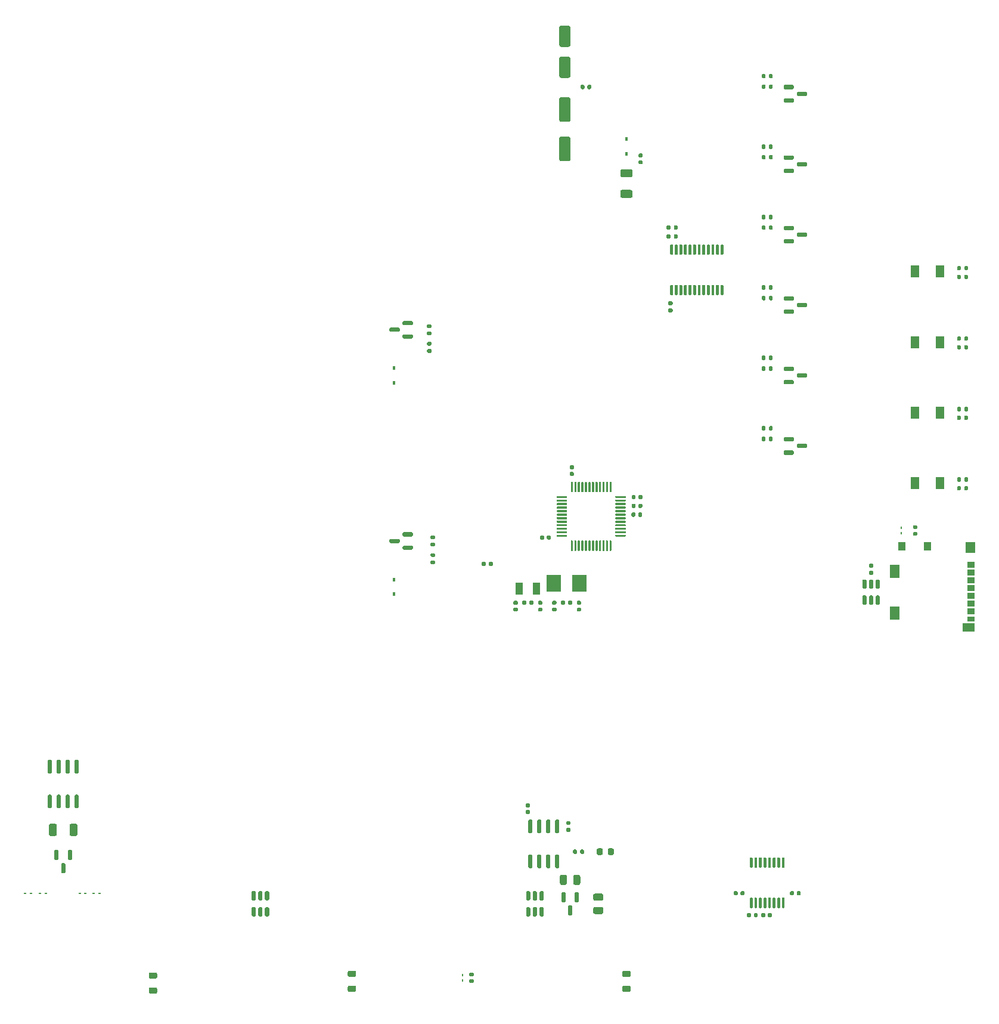
<source format=gtp>
G04 #@! TF.GenerationSoftware,KiCad,Pcbnew,6.0.5+dfsg-1~bpo11+1*
G04 #@! TF.CreationDate,2023-01-20T09:08:37+00:00*
G04 #@! TF.ProjectId,nascontrol,6e617363-6f6e-4747-926f-6c2e6b696361,0.1*
G04 #@! TF.SameCoordinates,Original*
G04 #@! TF.FileFunction,Paste,Top*
G04 #@! TF.FilePolarity,Positive*
%FSLAX46Y46*%
G04 Gerber Fmt 4.6, Leading zero omitted, Abs format (unit mm)*
G04 Created by KiCad (PCBNEW 6.0.5+dfsg-1~bpo11+1) date 2023-01-20 09:08:37*
%MOMM*%
%LPD*%
G01*
G04 APERTURE LIST*
%ADD10R,1.300000X1.700000*%
%ADD11R,0.450000X0.600000*%
%ADD12R,0.250000X0.360000*%
%ADD13R,2.000000X2.400000*%
%ADD14R,1.100000X0.850000*%
%ADD15R,1.100000X0.750000*%
%ADD16R,1.000000X1.200000*%
%ADD17R,1.350000X1.900000*%
%ADD18R,1.350000X1.550000*%
%ADD19R,1.800000X1.170000*%
%ADD20R,1.000000X1.800000*%
%ADD21R,0.360000X0.250000*%
G04 APERTURE END LIST*
G36*
G01*
X140780000Y-88815000D02*
X140780000Y-89185000D01*
G75*
G02*
X140645000Y-89320000I-135000J0D01*
G01*
X140375000Y-89320000D01*
G75*
G02*
X140240000Y-89185000I0J135000D01*
G01*
X140240000Y-88815000D01*
G75*
G02*
X140375000Y-88680000I135000J0D01*
G01*
X140645000Y-88680000D01*
G75*
G02*
X140780000Y-88815000I0J-135000D01*
G01*
G37*
G36*
G01*
X139760000Y-88815000D02*
X139760000Y-89185000D01*
G75*
G02*
X139625000Y-89320000I-135000J0D01*
G01*
X139355000Y-89320000D01*
G75*
G02*
X139220000Y-89185000I0J135000D01*
G01*
X139220000Y-88815000D01*
G75*
G02*
X139355000Y-88680000I135000J0D01*
G01*
X139625000Y-88680000D01*
G75*
G02*
X139760000Y-88815000I0J-135000D01*
G01*
G37*
G36*
G01*
X142325000Y-109200000D02*
X142325000Y-108900000D01*
G75*
G02*
X142475000Y-108750000I150000J0D01*
G01*
X143650000Y-108750000D01*
G75*
G02*
X143800000Y-108900000I0J-150000D01*
G01*
X143800000Y-109200000D01*
G75*
G02*
X143650000Y-109350000I-150000J0D01*
G01*
X142475000Y-109350000D01*
G75*
G02*
X142325000Y-109200000I0J150000D01*
G01*
G37*
G36*
G01*
X142325000Y-111100000D02*
X142325000Y-110800000D01*
G75*
G02*
X142475000Y-110650000I150000J0D01*
G01*
X143650000Y-110650000D01*
G75*
G02*
X143800000Y-110800000I0J-150000D01*
G01*
X143800000Y-111100000D01*
G75*
G02*
X143650000Y-111250000I-150000J0D01*
G01*
X142475000Y-111250000D01*
G75*
G02*
X142325000Y-111100000I0J150000D01*
G01*
G37*
G36*
G01*
X144200000Y-110150000D02*
X144200000Y-109850000D01*
G75*
G02*
X144350000Y-109700000I150000J0D01*
G01*
X145525000Y-109700000D01*
G75*
G02*
X145675000Y-109850000I0J-150000D01*
G01*
X145675000Y-110150000D01*
G75*
G02*
X145525000Y-110300000I-150000J0D01*
G01*
X144350000Y-110300000D01*
G75*
G02*
X144200000Y-110150000I0J150000D01*
G01*
G37*
G36*
G01*
X92315000Y-125220000D02*
X92685000Y-125220000D01*
G75*
G02*
X92820000Y-125355000I0J-135000D01*
G01*
X92820000Y-125625000D01*
G75*
G02*
X92685000Y-125760000I-135000J0D01*
G01*
X92315000Y-125760000D01*
G75*
G02*
X92180000Y-125625000I0J135000D01*
G01*
X92180000Y-125355000D01*
G75*
G02*
X92315000Y-125220000I135000J0D01*
G01*
G37*
G36*
G01*
X92315000Y-126240000D02*
X92685000Y-126240000D01*
G75*
G02*
X92820000Y-126375000I0J-135000D01*
G01*
X92820000Y-126645000D01*
G75*
G02*
X92685000Y-126780000I-135000J0D01*
G01*
X92315000Y-126780000D01*
G75*
G02*
X92180000Y-126645000I0J135000D01*
G01*
X92180000Y-126375000D01*
G75*
G02*
X92315000Y-126240000I135000J0D01*
G01*
G37*
D10*
X164500000Y-115250000D03*
X161000000Y-115250000D03*
G36*
G01*
X140780000Y-108815000D02*
X140780000Y-109185000D01*
G75*
G02*
X140645000Y-109320000I-135000J0D01*
G01*
X140375000Y-109320000D01*
G75*
G02*
X140240000Y-109185000I0J135000D01*
G01*
X140240000Y-108815000D01*
G75*
G02*
X140375000Y-108680000I135000J0D01*
G01*
X140645000Y-108680000D01*
G75*
G02*
X140780000Y-108815000I0J-135000D01*
G01*
G37*
G36*
G01*
X139760000Y-108815000D02*
X139760000Y-109185000D01*
G75*
G02*
X139625000Y-109320000I-135000J0D01*
G01*
X139355000Y-109320000D01*
G75*
G02*
X139220000Y-109185000I0J135000D01*
G01*
X139220000Y-108815000D01*
G75*
G02*
X139355000Y-108680000I135000J0D01*
G01*
X139625000Y-108680000D01*
G75*
G02*
X139760000Y-108815000I0J-135000D01*
G01*
G37*
G36*
G01*
X142325000Y-69200000D02*
X142325000Y-68900000D01*
G75*
G02*
X142475000Y-68750000I150000J0D01*
G01*
X143650000Y-68750000D01*
G75*
G02*
X143800000Y-68900000I0J-150000D01*
G01*
X143800000Y-69200000D01*
G75*
G02*
X143650000Y-69350000I-150000J0D01*
G01*
X142475000Y-69350000D01*
G75*
G02*
X142325000Y-69200000I0J150000D01*
G01*
G37*
G36*
G01*
X142325000Y-71100000D02*
X142325000Y-70800000D01*
G75*
G02*
X142475000Y-70650000I150000J0D01*
G01*
X143650000Y-70650000D01*
G75*
G02*
X143800000Y-70800000I0J-150000D01*
G01*
X143800000Y-71100000D01*
G75*
G02*
X143650000Y-71250000I-150000J0D01*
G01*
X142475000Y-71250000D01*
G75*
G02*
X142325000Y-71100000I0J150000D01*
G01*
G37*
G36*
G01*
X144200000Y-70150000D02*
X144200000Y-69850000D01*
G75*
G02*
X144350000Y-69700000I150000J0D01*
G01*
X145525000Y-69700000D01*
G75*
G02*
X145675000Y-69850000I0J-150000D01*
G01*
X145675000Y-70150000D01*
G75*
G02*
X145525000Y-70300000I-150000J0D01*
G01*
X144350000Y-70300000D01*
G75*
G02*
X144200000Y-70150000I0J150000D01*
G01*
G37*
X164500000Y-105250000D03*
X161000000Y-105250000D03*
D11*
X120000000Y-68550000D03*
X120000000Y-66450000D03*
D12*
X159050000Y-121580000D03*
X159050000Y-122420000D03*
G36*
G01*
X113420000Y-133510000D02*
X113080000Y-133510000D01*
G75*
G02*
X112940000Y-133370000I0J140000D01*
G01*
X112940000Y-133090000D01*
G75*
G02*
X113080000Y-132950000I140000J0D01*
G01*
X113420000Y-132950000D01*
G75*
G02*
X113560000Y-133090000I0J-140000D01*
G01*
X113560000Y-133370000D01*
G75*
G02*
X113420000Y-133510000I-140000J0D01*
G01*
G37*
G36*
G01*
X113420000Y-132550000D02*
X113080000Y-132550000D01*
G75*
G02*
X112940000Y-132410000I0J140000D01*
G01*
X112940000Y-132130000D01*
G75*
G02*
X113080000Y-131990000I140000J0D01*
G01*
X113420000Y-131990000D01*
G75*
G02*
X113560000Y-132130000I0J-140000D01*
G01*
X113560000Y-132410000D01*
G75*
G02*
X113420000Y-132550000I-140000J0D01*
G01*
G37*
G36*
G01*
X168530000Y-84565000D02*
X168530000Y-84935000D01*
G75*
G02*
X168395000Y-85070000I-135000J0D01*
G01*
X168125000Y-85070000D01*
G75*
G02*
X167990000Y-84935000I0J135000D01*
G01*
X167990000Y-84565000D01*
G75*
G02*
X168125000Y-84430000I135000J0D01*
G01*
X168395000Y-84430000D01*
G75*
G02*
X168530000Y-84565000I0J-135000D01*
G01*
G37*
G36*
G01*
X167510000Y-84565000D02*
X167510000Y-84935000D01*
G75*
G02*
X167375000Y-85070000I-135000J0D01*
G01*
X167105000Y-85070000D01*
G75*
G02*
X166970000Y-84935000I0J135000D01*
G01*
X166970000Y-84565000D01*
G75*
G02*
X167105000Y-84430000I135000J0D01*
G01*
X167375000Y-84430000D01*
G75*
G02*
X167510000Y-84565000I0J-135000D01*
G01*
G37*
G36*
G01*
X111800000Y-57740000D02*
X110700000Y-57740000D01*
G75*
G02*
X110450000Y-57490000I0J250000D01*
G01*
X110450000Y-54990000D01*
G75*
G02*
X110700000Y-54740000I250000J0D01*
G01*
X111800000Y-54740000D01*
G75*
G02*
X112050000Y-54990000I0J-250000D01*
G01*
X112050000Y-57490000D01*
G75*
G02*
X111800000Y-57740000I-250000J0D01*
G01*
G37*
G36*
G01*
X111800000Y-53340000D02*
X110700000Y-53340000D01*
G75*
G02*
X110450000Y-53090000I0J250000D01*
G01*
X110450000Y-50590000D01*
G75*
G02*
X110700000Y-50340000I250000J0D01*
G01*
X111800000Y-50340000D01*
G75*
G02*
X112050000Y-50590000I0J-250000D01*
G01*
X112050000Y-53090000D01*
G75*
G02*
X111800000Y-53340000I-250000J0D01*
G01*
G37*
X96750000Y-185920000D03*
X96750000Y-185080000D03*
G36*
G01*
X142325000Y-79200000D02*
X142325000Y-78900000D01*
G75*
G02*
X142475000Y-78750000I150000J0D01*
G01*
X143650000Y-78750000D01*
G75*
G02*
X143800000Y-78900000I0J-150000D01*
G01*
X143800000Y-79200000D01*
G75*
G02*
X143650000Y-79350000I-150000J0D01*
G01*
X142475000Y-79350000D01*
G75*
G02*
X142325000Y-79200000I0J150000D01*
G01*
G37*
G36*
G01*
X142325000Y-81100000D02*
X142325000Y-80800000D01*
G75*
G02*
X142475000Y-80650000I150000J0D01*
G01*
X143650000Y-80650000D01*
G75*
G02*
X143800000Y-80800000I0J-150000D01*
G01*
X143800000Y-81100000D01*
G75*
G02*
X143650000Y-81250000I-150000J0D01*
G01*
X142475000Y-81250000D01*
G75*
G02*
X142325000Y-81100000I0J150000D01*
G01*
G37*
G36*
G01*
X144200000Y-80150000D02*
X144200000Y-79850000D01*
G75*
G02*
X144350000Y-79700000I150000J0D01*
G01*
X145525000Y-79700000D01*
G75*
G02*
X145675000Y-79850000I0J-150000D01*
G01*
X145675000Y-80150000D01*
G75*
G02*
X145525000Y-80300000I-150000J0D01*
G01*
X144350000Y-80300000D01*
G75*
G02*
X144200000Y-80150000I0J150000D01*
G01*
G37*
G36*
G01*
X144760000Y-173330000D02*
X144760000Y-173670000D01*
G75*
G02*
X144620000Y-173810000I-140000J0D01*
G01*
X144340000Y-173810000D01*
G75*
G02*
X144200000Y-173670000I0J140000D01*
G01*
X144200000Y-173330000D01*
G75*
G02*
X144340000Y-173190000I140000J0D01*
G01*
X144620000Y-173190000D01*
G75*
G02*
X144760000Y-173330000I0J-140000D01*
G01*
G37*
G36*
G01*
X143800000Y-173330000D02*
X143800000Y-173670000D01*
G75*
G02*
X143660000Y-173810000I-140000J0D01*
G01*
X143380000Y-173810000D01*
G75*
G02*
X143240000Y-173670000I0J140000D01*
G01*
X143240000Y-173330000D01*
G75*
G02*
X143380000Y-173190000I140000J0D01*
G01*
X143660000Y-173190000D01*
G75*
G02*
X143800000Y-173330000I0J-140000D01*
G01*
G37*
G36*
G01*
X142325000Y-99200000D02*
X142325000Y-98900000D01*
G75*
G02*
X142475000Y-98750000I150000J0D01*
G01*
X143650000Y-98750000D01*
G75*
G02*
X143800000Y-98900000I0J-150000D01*
G01*
X143800000Y-99200000D01*
G75*
G02*
X143650000Y-99350000I-150000J0D01*
G01*
X142475000Y-99350000D01*
G75*
G02*
X142325000Y-99200000I0J150000D01*
G01*
G37*
G36*
G01*
X142325000Y-101100000D02*
X142325000Y-100800000D01*
G75*
G02*
X142475000Y-100650000I150000J0D01*
G01*
X143650000Y-100650000D01*
G75*
G02*
X143800000Y-100800000I0J-150000D01*
G01*
X143800000Y-101100000D01*
G75*
G02*
X143650000Y-101250000I-150000J0D01*
G01*
X142475000Y-101250000D01*
G75*
G02*
X142325000Y-101100000I0J150000D01*
G01*
G37*
G36*
G01*
X144200000Y-100150000D02*
X144200000Y-99850000D01*
G75*
G02*
X144350000Y-99700000I150000J0D01*
G01*
X145525000Y-99700000D01*
G75*
G02*
X145675000Y-99850000I0J-150000D01*
G01*
X145675000Y-100150000D01*
G75*
G02*
X145525000Y-100300000I-150000J0D01*
G01*
X144350000Y-100300000D01*
G75*
G02*
X144200000Y-100150000I0J150000D01*
G01*
G37*
G36*
G01*
X166960000Y-106185000D02*
X166960000Y-105815000D01*
G75*
G02*
X167095000Y-105680000I135000J0D01*
G01*
X167365000Y-105680000D01*
G75*
G02*
X167500000Y-105815000I0J-135000D01*
G01*
X167500000Y-106185000D01*
G75*
G02*
X167365000Y-106320000I-135000J0D01*
G01*
X167095000Y-106320000D01*
G75*
G02*
X166960000Y-106185000I0J135000D01*
G01*
G37*
G36*
G01*
X167980000Y-106185000D02*
X167980000Y-105815000D01*
G75*
G02*
X168115000Y-105680000I135000J0D01*
G01*
X168385000Y-105680000D01*
G75*
G02*
X168520000Y-105815000I0J-135000D01*
G01*
X168520000Y-106185000D01*
G75*
G02*
X168385000Y-106320000I-135000J0D01*
G01*
X168115000Y-106320000D01*
G75*
G02*
X167980000Y-106185000I0J135000D01*
G01*
G37*
G36*
G01*
X120720000Y-119920000D02*
X120720000Y-119580000D01*
G75*
G02*
X120860000Y-119440000I140000J0D01*
G01*
X121140000Y-119440000D01*
G75*
G02*
X121280000Y-119580000I0J-140000D01*
G01*
X121280000Y-119920000D01*
G75*
G02*
X121140000Y-120060000I-140000J0D01*
G01*
X120860000Y-120060000D01*
G75*
G02*
X120720000Y-119920000I0J140000D01*
G01*
G37*
G36*
G01*
X121680000Y-119920000D02*
X121680000Y-119580000D01*
G75*
G02*
X121820000Y-119440000I140000J0D01*
G01*
X122100000Y-119440000D01*
G75*
G02*
X122240000Y-119580000I0J-140000D01*
G01*
X122240000Y-119920000D01*
G75*
G02*
X122100000Y-120060000I-140000J0D01*
G01*
X121820000Y-120060000D01*
G75*
G02*
X121680000Y-119920000I0J140000D01*
G01*
G37*
G36*
G01*
X113490000Y-59210000D02*
X113490000Y-58870000D01*
G75*
G02*
X113630000Y-58730000I140000J0D01*
G01*
X113910000Y-58730000D01*
G75*
G02*
X114050000Y-58870000I0J-140000D01*
G01*
X114050000Y-59210000D01*
G75*
G02*
X113910000Y-59350000I-140000J0D01*
G01*
X113630000Y-59350000D01*
G75*
G02*
X113490000Y-59210000I0J140000D01*
G01*
G37*
G36*
G01*
X114450000Y-59210000D02*
X114450000Y-58870000D01*
G75*
G02*
X114590000Y-58730000I140000J0D01*
G01*
X114870000Y-58730000D01*
G75*
G02*
X115010000Y-58870000I0J-140000D01*
G01*
X115010000Y-59210000D01*
G75*
G02*
X114870000Y-59350000I-140000J0D01*
G01*
X114590000Y-59350000D01*
G75*
G02*
X114450000Y-59210000I0J140000D01*
G01*
G37*
G36*
G01*
X140780000Y-68815000D02*
X140780000Y-69185000D01*
G75*
G02*
X140645000Y-69320000I-135000J0D01*
G01*
X140375000Y-69320000D01*
G75*
G02*
X140240000Y-69185000I0J135000D01*
G01*
X140240000Y-68815000D01*
G75*
G02*
X140375000Y-68680000I135000J0D01*
G01*
X140645000Y-68680000D01*
G75*
G02*
X140780000Y-68815000I0J-135000D01*
G01*
G37*
G36*
G01*
X139760000Y-68815000D02*
X139760000Y-69185000D01*
G75*
G02*
X139625000Y-69320000I-135000J0D01*
G01*
X139355000Y-69320000D01*
G75*
G02*
X139220000Y-69185000I0J135000D01*
G01*
X139220000Y-68815000D01*
G75*
G02*
X139355000Y-68680000I135000J0D01*
G01*
X139625000Y-68680000D01*
G75*
G02*
X139760000Y-68815000I0J-135000D01*
G01*
G37*
G36*
G01*
X166970000Y-96185000D02*
X166970000Y-95815000D01*
G75*
G02*
X167105000Y-95680000I135000J0D01*
G01*
X167375000Y-95680000D01*
G75*
G02*
X167510000Y-95815000I0J-135000D01*
G01*
X167510000Y-96185000D01*
G75*
G02*
X167375000Y-96320000I-135000J0D01*
G01*
X167105000Y-96320000D01*
G75*
G02*
X166970000Y-96185000I0J135000D01*
G01*
G37*
G36*
G01*
X167990000Y-96185000D02*
X167990000Y-95815000D01*
G75*
G02*
X168125000Y-95680000I135000J0D01*
G01*
X168395000Y-95680000D01*
G75*
G02*
X168530000Y-95815000I0J-135000D01*
G01*
X168530000Y-96185000D01*
G75*
G02*
X168395000Y-96320000I-135000J0D01*
G01*
X168125000Y-96320000D01*
G75*
G02*
X167990000Y-96185000I0J135000D01*
G01*
G37*
G36*
G01*
X104420000Y-133510000D02*
X104080000Y-133510000D01*
G75*
G02*
X103940000Y-133370000I0J140000D01*
G01*
X103940000Y-133090000D01*
G75*
G02*
X104080000Y-132950000I140000J0D01*
G01*
X104420000Y-132950000D01*
G75*
G02*
X104560000Y-133090000I0J-140000D01*
G01*
X104560000Y-133370000D01*
G75*
G02*
X104420000Y-133510000I-140000J0D01*
G01*
G37*
G36*
G01*
X104420000Y-132550000D02*
X104080000Y-132550000D01*
G75*
G02*
X103940000Y-132410000I0J140000D01*
G01*
X103940000Y-132130000D01*
G75*
G02*
X104080000Y-131990000I140000J0D01*
G01*
X104420000Y-131990000D01*
G75*
G02*
X104560000Y-132130000I0J-140000D01*
G01*
X104560000Y-132410000D01*
G75*
G02*
X104420000Y-132550000I-140000J0D01*
G01*
G37*
G36*
G01*
X142325000Y-59200000D02*
X142325000Y-58900000D01*
G75*
G02*
X142475000Y-58750000I150000J0D01*
G01*
X143650000Y-58750000D01*
G75*
G02*
X143800000Y-58900000I0J-150000D01*
G01*
X143800000Y-59200000D01*
G75*
G02*
X143650000Y-59350000I-150000J0D01*
G01*
X142475000Y-59350000D01*
G75*
G02*
X142325000Y-59200000I0J150000D01*
G01*
G37*
G36*
G01*
X142325000Y-61100000D02*
X142325000Y-60800000D01*
G75*
G02*
X142475000Y-60650000I150000J0D01*
G01*
X143650000Y-60650000D01*
G75*
G02*
X143800000Y-60800000I0J-150000D01*
G01*
X143800000Y-61100000D01*
G75*
G02*
X143650000Y-61250000I-150000J0D01*
G01*
X142475000Y-61250000D01*
G75*
G02*
X142325000Y-61100000I0J150000D01*
G01*
G37*
G36*
G01*
X144200000Y-60150000D02*
X144200000Y-59850000D01*
G75*
G02*
X144350000Y-59700000I150000J0D01*
G01*
X145525000Y-59700000D01*
G75*
G02*
X145675000Y-59850000I0J-150000D01*
G01*
X145675000Y-60150000D01*
G75*
G02*
X145525000Y-60300000I-150000J0D01*
G01*
X144350000Y-60300000D01*
G75*
G02*
X144200000Y-60150000I0J150000D01*
G01*
G37*
G36*
G01*
X116475000Y-176450000D02*
X115525000Y-176450000D01*
G75*
G02*
X115275000Y-176200000I0J250000D01*
G01*
X115275000Y-175700000D01*
G75*
G02*
X115525000Y-175450000I250000J0D01*
G01*
X116475000Y-175450000D01*
G75*
G02*
X116725000Y-175700000I0J-250000D01*
G01*
X116725000Y-176200000D01*
G75*
G02*
X116475000Y-176450000I-250000J0D01*
G01*
G37*
G36*
G01*
X116475000Y-174550000D02*
X115525000Y-174550000D01*
G75*
G02*
X115275000Y-174300000I0J250000D01*
G01*
X115275000Y-173800000D01*
G75*
G02*
X115525000Y-173550000I250000J0D01*
G01*
X116475000Y-173550000D01*
G75*
G02*
X116725000Y-173800000I0J-250000D01*
G01*
X116725000Y-174300000D01*
G75*
G02*
X116475000Y-174550000I-250000J0D01*
G01*
G37*
G36*
G01*
X101030000Y-126565000D02*
X101030000Y-126935000D01*
G75*
G02*
X100895000Y-127070000I-135000J0D01*
G01*
X100625000Y-127070000D01*
G75*
G02*
X100490000Y-126935000I0J135000D01*
G01*
X100490000Y-126565000D01*
G75*
G02*
X100625000Y-126430000I135000J0D01*
G01*
X100895000Y-126430000D01*
G75*
G02*
X101030000Y-126565000I0J-135000D01*
G01*
G37*
G36*
G01*
X100010000Y-126565000D02*
X100010000Y-126935000D01*
G75*
G02*
X99875000Y-127070000I-135000J0D01*
G01*
X99605000Y-127070000D01*
G75*
G02*
X99470000Y-126935000I0J135000D01*
G01*
X99470000Y-126565000D01*
G75*
G02*
X99605000Y-126430000I135000J0D01*
G01*
X99875000Y-126430000D01*
G75*
G02*
X100010000Y-126565000I0J-135000D01*
G01*
G37*
D13*
X113350000Y-129500000D03*
X109650000Y-129500000D03*
G36*
G01*
X112420000Y-167785000D02*
X112420000Y-167415000D01*
G75*
G02*
X112555000Y-167280000I135000J0D01*
G01*
X112825000Y-167280000D01*
G75*
G02*
X112960000Y-167415000I0J-135000D01*
G01*
X112960000Y-167785000D01*
G75*
G02*
X112825000Y-167920000I-135000J0D01*
G01*
X112555000Y-167920000D01*
G75*
G02*
X112420000Y-167785000I0J135000D01*
G01*
G37*
G36*
G01*
X113440000Y-167785000D02*
X113440000Y-167415000D01*
G75*
G02*
X113575000Y-167280000I135000J0D01*
G01*
X113845000Y-167280000D01*
G75*
G02*
X113980000Y-167415000I0J-135000D01*
G01*
X113980000Y-167785000D01*
G75*
G02*
X113845000Y-167920000I-135000J0D01*
G01*
X113575000Y-167920000D01*
G75*
G02*
X113440000Y-167785000I0J135000D01*
G01*
G37*
G36*
G01*
X120740000Y-118670000D02*
X120740000Y-118330000D01*
G75*
G02*
X120880000Y-118190000I140000J0D01*
G01*
X121160000Y-118190000D01*
G75*
G02*
X121300000Y-118330000I0J-140000D01*
G01*
X121300000Y-118670000D01*
G75*
G02*
X121160000Y-118810000I-140000J0D01*
G01*
X120880000Y-118810000D01*
G75*
G02*
X120740000Y-118670000I0J140000D01*
G01*
G37*
G36*
G01*
X121700000Y-118670000D02*
X121700000Y-118330000D01*
G75*
G02*
X121840000Y-118190000I140000J0D01*
G01*
X122120000Y-118190000D01*
G75*
G02*
X122260000Y-118330000I0J-140000D01*
G01*
X122260000Y-118670000D01*
G75*
G02*
X122120000Y-118810000I-140000J0D01*
G01*
X121840000Y-118810000D01*
G75*
G02*
X121700000Y-118670000I0J140000D01*
G01*
G37*
G36*
G01*
X168530000Y-104565000D02*
X168530000Y-104935000D01*
G75*
G02*
X168395000Y-105070000I-135000J0D01*
G01*
X168125000Y-105070000D01*
G75*
G02*
X167990000Y-104935000I0J135000D01*
G01*
X167990000Y-104565000D01*
G75*
G02*
X168125000Y-104430000I135000J0D01*
G01*
X168395000Y-104430000D01*
G75*
G02*
X168530000Y-104565000I0J-135000D01*
G01*
G37*
G36*
G01*
X167510000Y-104565000D02*
X167510000Y-104935000D01*
G75*
G02*
X167375000Y-105070000I-135000J0D01*
G01*
X167105000Y-105070000D01*
G75*
G02*
X166970000Y-104935000I0J135000D01*
G01*
X166970000Y-104565000D01*
G75*
G02*
X167105000Y-104430000I135000J0D01*
G01*
X167375000Y-104430000D01*
G75*
G02*
X167510000Y-104565000I0J-135000D01*
G01*
G37*
G36*
G01*
X106495000Y-169950000D02*
X106195000Y-169950000D01*
G75*
G02*
X106045000Y-169800000I0J150000D01*
G01*
X106045000Y-168150000D01*
G75*
G02*
X106195000Y-168000000I150000J0D01*
G01*
X106495000Y-168000000D01*
G75*
G02*
X106645000Y-168150000I0J-150000D01*
G01*
X106645000Y-169800000D01*
G75*
G02*
X106495000Y-169950000I-150000J0D01*
G01*
G37*
G36*
G01*
X107765000Y-169950000D02*
X107465000Y-169950000D01*
G75*
G02*
X107315000Y-169800000I0J150000D01*
G01*
X107315000Y-168150000D01*
G75*
G02*
X107465000Y-168000000I150000J0D01*
G01*
X107765000Y-168000000D01*
G75*
G02*
X107915000Y-168150000I0J-150000D01*
G01*
X107915000Y-169800000D01*
G75*
G02*
X107765000Y-169950000I-150000J0D01*
G01*
G37*
G36*
G01*
X109035000Y-169950000D02*
X108735000Y-169950000D01*
G75*
G02*
X108585000Y-169800000I0J150000D01*
G01*
X108585000Y-168150000D01*
G75*
G02*
X108735000Y-168000000I150000J0D01*
G01*
X109035000Y-168000000D01*
G75*
G02*
X109185000Y-168150000I0J-150000D01*
G01*
X109185000Y-169800000D01*
G75*
G02*
X109035000Y-169950000I-150000J0D01*
G01*
G37*
G36*
G01*
X110305000Y-169950000D02*
X110005000Y-169950000D01*
G75*
G02*
X109855000Y-169800000I0J150000D01*
G01*
X109855000Y-168150000D01*
G75*
G02*
X110005000Y-168000000I150000J0D01*
G01*
X110305000Y-168000000D01*
G75*
G02*
X110455000Y-168150000I0J-150000D01*
G01*
X110455000Y-169800000D01*
G75*
G02*
X110305000Y-169950000I-150000J0D01*
G01*
G37*
G36*
G01*
X110305000Y-165000000D02*
X110005000Y-165000000D01*
G75*
G02*
X109855000Y-164850000I0J150000D01*
G01*
X109855000Y-163200000D01*
G75*
G02*
X110005000Y-163050000I150000J0D01*
G01*
X110305000Y-163050000D01*
G75*
G02*
X110455000Y-163200000I0J-150000D01*
G01*
X110455000Y-164850000D01*
G75*
G02*
X110305000Y-165000000I-150000J0D01*
G01*
G37*
G36*
G01*
X109035000Y-165000000D02*
X108735000Y-165000000D01*
G75*
G02*
X108585000Y-164850000I0J150000D01*
G01*
X108585000Y-163200000D01*
G75*
G02*
X108735000Y-163050000I150000J0D01*
G01*
X109035000Y-163050000D01*
G75*
G02*
X109185000Y-163200000I0J-150000D01*
G01*
X109185000Y-164850000D01*
G75*
G02*
X109035000Y-165000000I-150000J0D01*
G01*
G37*
G36*
G01*
X107765000Y-165000000D02*
X107465000Y-165000000D01*
G75*
G02*
X107315000Y-164850000I0J150000D01*
G01*
X107315000Y-163200000D01*
G75*
G02*
X107465000Y-163050000I150000J0D01*
G01*
X107765000Y-163050000D01*
G75*
G02*
X107915000Y-163200000I0J-150000D01*
G01*
X107915000Y-164850000D01*
G75*
G02*
X107765000Y-165000000I-150000J0D01*
G01*
G37*
G36*
G01*
X106495000Y-165000000D02*
X106195000Y-165000000D01*
G75*
G02*
X106045000Y-164850000I0J150000D01*
G01*
X106045000Y-163200000D01*
G75*
G02*
X106195000Y-163050000I150000J0D01*
G01*
X106495000Y-163050000D01*
G75*
G02*
X106645000Y-163200000I0J-150000D01*
G01*
X106645000Y-164850000D01*
G75*
G02*
X106495000Y-165000000I-150000J0D01*
G01*
G37*
D10*
X164500000Y-85250000D03*
X161000000Y-85250000D03*
G36*
G01*
X140780000Y-57315000D02*
X140780000Y-57685000D01*
G75*
G02*
X140645000Y-57820000I-135000J0D01*
G01*
X140375000Y-57820000D01*
G75*
G02*
X140240000Y-57685000I0J135000D01*
G01*
X140240000Y-57315000D01*
G75*
G02*
X140375000Y-57180000I135000J0D01*
G01*
X140645000Y-57180000D01*
G75*
G02*
X140780000Y-57315000I0J-135000D01*
G01*
G37*
G36*
G01*
X139760000Y-57315000D02*
X139760000Y-57685000D01*
G75*
G02*
X139625000Y-57820000I-135000J0D01*
G01*
X139355000Y-57820000D01*
G75*
G02*
X139220000Y-57685000I0J135000D01*
G01*
X139220000Y-57315000D01*
G75*
G02*
X139355000Y-57180000I135000J0D01*
G01*
X139625000Y-57180000D01*
G75*
G02*
X139760000Y-57315000I0J-135000D01*
G01*
G37*
G36*
G01*
X41755000Y-154550000D02*
X42055000Y-154550000D01*
G75*
G02*
X42205000Y-154700000I0J-150000D01*
G01*
X42205000Y-156350000D01*
G75*
G02*
X42055000Y-156500000I-150000J0D01*
G01*
X41755000Y-156500000D01*
G75*
G02*
X41605000Y-156350000I0J150000D01*
G01*
X41605000Y-154700000D01*
G75*
G02*
X41755000Y-154550000I150000J0D01*
G01*
G37*
G36*
G01*
X40485000Y-154550000D02*
X40785000Y-154550000D01*
G75*
G02*
X40935000Y-154700000I0J-150000D01*
G01*
X40935000Y-156350000D01*
G75*
G02*
X40785000Y-156500000I-150000J0D01*
G01*
X40485000Y-156500000D01*
G75*
G02*
X40335000Y-156350000I0J150000D01*
G01*
X40335000Y-154700000D01*
G75*
G02*
X40485000Y-154550000I150000J0D01*
G01*
G37*
G36*
G01*
X39215000Y-154550000D02*
X39515000Y-154550000D01*
G75*
G02*
X39665000Y-154700000I0J-150000D01*
G01*
X39665000Y-156350000D01*
G75*
G02*
X39515000Y-156500000I-150000J0D01*
G01*
X39215000Y-156500000D01*
G75*
G02*
X39065000Y-156350000I0J150000D01*
G01*
X39065000Y-154700000D01*
G75*
G02*
X39215000Y-154550000I150000J0D01*
G01*
G37*
G36*
G01*
X37945000Y-154550000D02*
X38245000Y-154550000D01*
G75*
G02*
X38395000Y-154700000I0J-150000D01*
G01*
X38395000Y-156350000D01*
G75*
G02*
X38245000Y-156500000I-150000J0D01*
G01*
X37945000Y-156500000D01*
G75*
G02*
X37795000Y-156350000I0J150000D01*
G01*
X37795000Y-154700000D01*
G75*
G02*
X37945000Y-154550000I150000J0D01*
G01*
G37*
G36*
G01*
X37945000Y-159500000D02*
X38245000Y-159500000D01*
G75*
G02*
X38395000Y-159650000I0J-150000D01*
G01*
X38395000Y-161300000D01*
G75*
G02*
X38245000Y-161450000I-150000J0D01*
G01*
X37945000Y-161450000D01*
G75*
G02*
X37795000Y-161300000I0J150000D01*
G01*
X37795000Y-159650000D01*
G75*
G02*
X37945000Y-159500000I150000J0D01*
G01*
G37*
G36*
G01*
X39215000Y-159500000D02*
X39515000Y-159500000D01*
G75*
G02*
X39665000Y-159650000I0J-150000D01*
G01*
X39665000Y-161300000D01*
G75*
G02*
X39515000Y-161450000I-150000J0D01*
G01*
X39215000Y-161450000D01*
G75*
G02*
X39065000Y-161300000I0J150000D01*
G01*
X39065000Y-159650000D01*
G75*
G02*
X39215000Y-159500000I150000J0D01*
G01*
G37*
G36*
G01*
X40485000Y-159500000D02*
X40785000Y-159500000D01*
G75*
G02*
X40935000Y-159650000I0J-150000D01*
G01*
X40935000Y-161300000D01*
G75*
G02*
X40785000Y-161450000I-150000J0D01*
G01*
X40485000Y-161450000D01*
G75*
G02*
X40335000Y-161300000I0J150000D01*
G01*
X40335000Y-159650000D01*
G75*
G02*
X40485000Y-159500000I150000J0D01*
G01*
G37*
G36*
G01*
X41755000Y-159500000D02*
X42055000Y-159500000D01*
G75*
G02*
X42205000Y-159650000I0J-150000D01*
G01*
X42205000Y-161300000D01*
G75*
G02*
X42055000Y-161450000I-150000J0D01*
G01*
X41755000Y-161450000D01*
G75*
G02*
X41605000Y-161300000I0J150000D01*
G01*
X41605000Y-159650000D01*
G75*
G02*
X41755000Y-159500000I150000J0D01*
G01*
G37*
G36*
G01*
X140780000Y-97315000D02*
X140780000Y-97685000D01*
G75*
G02*
X140645000Y-97820000I-135000J0D01*
G01*
X140375000Y-97820000D01*
G75*
G02*
X140240000Y-97685000I0J135000D01*
G01*
X140240000Y-97315000D01*
G75*
G02*
X140375000Y-97180000I135000J0D01*
G01*
X140645000Y-97180000D01*
G75*
G02*
X140780000Y-97315000I0J-135000D01*
G01*
G37*
G36*
G01*
X139760000Y-97315000D02*
X139760000Y-97685000D01*
G75*
G02*
X139625000Y-97820000I-135000J0D01*
G01*
X139355000Y-97820000D01*
G75*
G02*
X139220000Y-97685000I0J135000D01*
G01*
X139220000Y-97315000D01*
G75*
G02*
X139355000Y-97180000I135000J0D01*
G01*
X139625000Y-97180000D01*
G75*
G02*
X139760000Y-97315000I0J-135000D01*
G01*
G37*
G36*
G01*
X168530000Y-114565000D02*
X168530000Y-114935000D01*
G75*
G02*
X168395000Y-115070000I-135000J0D01*
G01*
X168125000Y-115070000D01*
G75*
G02*
X167990000Y-114935000I0J135000D01*
G01*
X167990000Y-114565000D01*
G75*
G02*
X168125000Y-114430000I135000J0D01*
G01*
X168395000Y-114430000D01*
G75*
G02*
X168530000Y-114565000I0J-135000D01*
G01*
G37*
G36*
G01*
X167510000Y-114565000D02*
X167510000Y-114935000D01*
G75*
G02*
X167375000Y-115070000I-135000J0D01*
G01*
X167105000Y-115070000D01*
G75*
G02*
X166970000Y-114935000I0J135000D01*
G01*
X166970000Y-114565000D01*
G75*
G02*
X167105000Y-114430000I135000J0D01*
G01*
X167375000Y-114430000D01*
G75*
G02*
X167510000Y-114565000I0J-135000D01*
G01*
G37*
D14*
X168950000Y-126895000D03*
X168950000Y-127995000D03*
X168950000Y-129095000D03*
X168950000Y-130195000D03*
X168950000Y-131295000D03*
X168950000Y-132395000D03*
X168950000Y-133495000D03*
D15*
X168950000Y-134545000D03*
D16*
X162800000Y-124260000D03*
X159100000Y-124260000D03*
D17*
X158125000Y-133730000D03*
X158125000Y-127760000D03*
D18*
X168825000Y-124435000D03*
D19*
X168600000Y-135755000D03*
G36*
G01*
X137825000Y-175600000D02*
X137625000Y-175600000D01*
G75*
G02*
X137525000Y-175500000I0J100000D01*
G01*
X137525000Y-174225000D01*
G75*
G02*
X137625000Y-174125000I100000J0D01*
G01*
X137825000Y-174125000D01*
G75*
G02*
X137925000Y-174225000I0J-100000D01*
G01*
X137925000Y-175500000D01*
G75*
G02*
X137825000Y-175600000I-100000J0D01*
G01*
G37*
G36*
G01*
X138475000Y-175600000D02*
X138275000Y-175600000D01*
G75*
G02*
X138175000Y-175500000I0J100000D01*
G01*
X138175000Y-174225000D01*
G75*
G02*
X138275000Y-174125000I100000J0D01*
G01*
X138475000Y-174125000D01*
G75*
G02*
X138575000Y-174225000I0J-100000D01*
G01*
X138575000Y-175500000D01*
G75*
G02*
X138475000Y-175600000I-100000J0D01*
G01*
G37*
G36*
G01*
X139125000Y-175600000D02*
X138925000Y-175600000D01*
G75*
G02*
X138825000Y-175500000I0J100000D01*
G01*
X138825000Y-174225000D01*
G75*
G02*
X138925000Y-174125000I100000J0D01*
G01*
X139125000Y-174125000D01*
G75*
G02*
X139225000Y-174225000I0J-100000D01*
G01*
X139225000Y-175500000D01*
G75*
G02*
X139125000Y-175600000I-100000J0D01*
G01*
G37*
G36*
G01*
X139775000Y-175600000D02*
X139575000Y-175600000D01*
G75*
G02*
X139475000Y-175500000I0J100000D01*
G01*
X139475000Y-174225000D01*
G75*
G02*
X139575000Y-174125000I100000J0D01*
G01*
X139775000Y-174125000D01*
G75*
G02*
X139875000Y-174225000I0J-100000D01*
G01*
X139875000Y-175500000D01*
G75*
G02*
X139775000Y-175600000I-100000J0D01*
G01*
G37*
G36*
G01*
X140425000Y-175600000D02*
X140225000Y-175600000D01*
G75*
G02*
X140125000Y-175500000I0J100000D01*
G01*
X140125000Y-174225000D01*
G75*
G02*
X140225000Y-174125000I100000J0D01*
G01*
X140425000Y-174125000D01*
G75*
G02*
X140525000Y-174225000I0J-100000D01*
G01*
X140525000Y-175500000D01*
G75*
G02*
X140425000Y-175600000I-100000J0D01*
G01*
G37*
G36*
G01*
X141075000Y-175600000D02*
X140875000Y-175600000D01*
G75*
G02*
X140775000Y-175500000I0J100000D01*
G01*
X140775000Y-174225000D01*
G75*
G02*
X140875000Y-174125000I100000J0D01*
G01*
X141075000Y-174125000D01*
G75*
G02*
X141175000Y-174225000I0J-100000D01*
G01*
X141175000Y-175500000D01*
G75*
G02*
X141075000Y-175600000I-100000J0D01*
G01*
G37*
G36*
G01*
X141725000Y-175600000D02*
X141525000Y-175600000D01*
G75*
G02*
X141425000Y-175500000I0J100000D01*
G01*
X141425000Y-174225000D01*
G75*
G02*
X141525000Y-174125000I100000J0D01*
G01*
X141725000Y-174125000D01*
G75*
G02*
X141825000Y-174225000I0J-100000D01*
G01*
X141825000Y-175500000D01*
G75*
G02*
X141725000Y-175600000I-100000J0D01*
G01*
G37*
G36*
G01*
X142375000Y-175600000D02*
X142175000Y-175600000D01*
G75*
G02*
X142075000Y-175500000I0J100000D01*
G01*
X142075000Y-174225000D01*
G75*
G02*
X142175000Y-174125000I100000J0D01*
G01*
X142375000Y-174125000D01*
G75*
G02*
X142475000Y-174225000I0J-100000D01*
G01*
X142475000Y-175500000D01*
G75*
G02*
X142375000Y-175600000I-100000J0D01*
G01*
G37*
G36*
G01*
X142375000Y-169875000D02*
X142175000Y-169875000D01*
G75*
G02*
X142075000Y-169775000I0J100000D01*
G01*
X142075000Y-168500000D01*
G75*
G02*
X142175000Y-168400000I100000J0D01*
G01*
X142375000Y-168400000D01*
G75*
G02*
X142475000Y-168500000I0J-100000D01*
G01*
X142475000Y-169775000D01*
G75*
G02*
X142375000Y-169875000I-100000J0D01*
G01*
G37*
G36*
G01*
X141725000Y-169875000D02*
X141525000Y-169875000D01*
G75*
G02*
X141425000Y-169775000I0J100000D01*
G01*
X141425000Y-168500000D01*
G75*
G02*
X141525000Y-168400000I100000J0D01*
G01*
X141725000Y-168400000D01*
G75*
G02*
X141825000Y-168500000I0J-100000D01*
G01*
X141825000Y-169775000D01*
G75*
G02*
X141725000Y-169875000I-100000J0D01*
G01*
G37*
G36*
G01*
X141075000Y-169875000D02*
X140875000Y-169875000D01*
G75*
G02*
X140775000Y-169775000I0J100000D01*
G01*
X140775000Y-168500000D01*
G75*
G02*
X140875000Y-168400000I100000J0D01*
G01*
X141075000Y-168400000D01*
G75*
G02*
X141175000Y-168500000I0J-100000D01*
G01*
X141175000Y-169775000D01*
G75*
G02*
X141075000Y-169875000I-100000J0D01*
G01*
G37*
G36*
G01*
X140425000Y-169875000D02*
X140225000Y-169875000D01*
G75*
G02*
X140125000Y-169775000I0J100000D01*
G01*
X140125000Y-168500000D01*
G75*
G02*
X140225000Y-168400000I100000J0D01*
G01*
X140425000Y-168400000D01*
G75*
G02*
X140525000Y-168500000I0J-100000D01*
G01*
X140525000Y-169775000D01*
G75*
G02*
X140425000Y-169875000I-100000J0D01*
G01*
G37*
G36*
G01*
X139775000Y-169875000D02*
X139575000Y-169875000D01*
G75*
G02*
X139475000Y-169775000I0J100000D01*
G01*
X139475000Y-168500000D01*
G75*
G02*
X139575000Y-168400000I100000J0D01*
G01*
X139775000Y-168400000D01*
G75*
G02*
X139875000Y-168500000I0J-100000D01*
G01*
X139875000Y-169775000D01*
G75*
G02*
X139775000Y-169875000I-100000J0D01*
G01*
G37*
G36*
G01*
X139125000Y-169875000D02*
X138925000Y-169875000D01*
G75*
G02*
X138825000Y-169775000I0J100000D01*
G01*
X138825000Y-168500000D01*
G75*
G02*
X138925000Y-168400000I100000J0D01*
G01*
X139125000Y-168400000D01*
G75*
G02*
X139225000Y-168500000I0J-100000D01*
G01*
X139225000Y-169775000D01*
G75*
G02*
X139125000Y-169875000I-100000J0D01*
G01*
G37*
G36*
G01*
X138475000Y-169875000D02*
X138275000Y-169875000D01*
G75*
G02*
X138175000Y-169775000I0J100000D01*
G01*
X138175000Y-168500000D01*
G75*
G02*
X138275000Y-168400000I100000J0D01*
G01*
X138475000Y-168400000D01*
G75*
G02*
X138575000Y-168500000I0J-100000D01*
G01*
X138575000Y-169775000D01*
G75*
G02*
X138475000Y-169875000I-100000J0D01*
G01*
G37*
G36*
G01*
X137825000Y-169875000D02*
X137625000Y-169875000D01*
G75*
G02*
X137525000Y-169775000I0J100000D01*
G01*
X137525000Y-168500000D01*
G75*
G02*
X137625000Y-168400000I100000J0D01*
G01*
X137825000Y-168400000D01*
G75*
G02*
X137925000Y-168500000I0J-100000D01*
G01*
X137925000Y-169775000D01*
G75*
G02*
X137825000Y-169875000I-100000J0D01*
G01*
G37*
G36*
G01*
X126435000Y-91030000D02*
X126065000Y-91030000D01*
G75*
G02*
X125930000Y-90895000I0J135000D01*
G01*
X125930000Y-90625000D01*
G75*
G02*
X126065000Y-90490000I135000J0D01*
G01*
X126435000Y-90490000D01*
G75*
G02*
X126570000Y-90625000I0J-135000D01*
G01*
X126570000Y-90895000D01*
G75*
G02*
X126435000Y-91030000I-135000J0D01*
G01*
G37*
G36*
G01*
X126435000Y-90010000D02*
X126065000Y-90010000D01*
G75*
G02*
X125930000Y-89875000I0J135000D01*
G01*
X125930000Y-89605000D01*
G75*
G02*
X126065000Y-89470000I135000J0D01*
G01*
X126435000Y-89470000D01*
G75*
G02*
X126570000Y-89605000I0J-135000D01*
G01*
X126570000Y-89875000D01*
G75*
G02*
X126435000Y-90010000I-135000J0D01*
G01*
G37*
G36*
G01*
X140780000Y-98815000D02*
X140780000Y-99185000D01*
G75*
G02*
X140645000Y-99320000I-135000J0D01*
G01*
X140375000Y-99320000D01*
G75*
G02*
X140240000Y-99185000I0J135000D01*
G01*
X140240000Y-98815000D01*
G75*
G02*
X140375000Y-98680000I135000J0D01*
G01*
X140645000Y-98680000D01*
G75*
G02*
X140780000Y-98815000I0J-135000D01*
G01*
G37*
G36*
G01*
X139760000Y-98815000D02*
X139760000Y-99185000D01*
G75*
G02*
X139625000Y-99320000I-135000J0D01*
G01*
X139355000Y-99320000D01*
G75*
G02*
X139220000Y-99185000I0J135000D01*
G01*
X139220000Y-98815000D01*
G75*
G02*
X139355000Y-98680000I135000J0D01*
G01*
X139625000Y-98680000D01*
G75*
G02*
X139760000Y-98815000I0J-135000D01*
G01*
G37*
G36*
G01*
X68800000Y-173200000D02*
X69100000Y-173200000D01*
G75*
G02*
X69250000Y-173350000I0J-150000D01*
G01*
X69250000Y-174375000D01*
G75*
G02*
X69100000Y-174525000I-150000J0D01*
G01*
X68800000Y-174525000D01*
G75*
G02*
X68650000Y-174375000I0J150000D01*
G01*
X68650000Y-173350000D01*
G75*
G02*
X68800000Y-173200000I150000J0D01*
G01*
G37*
G36*
G01*
X67850000Y-173200000D02*
X68150000Y-173200000D01*
G75*
G02*
X68300000Y-173350000I0J-150000D01*
G01*
X68300000Y-174375000D01*
G75*
G02*
X68150000Y-174525000I-150000J0D01*
G01*
X67850000Y-174525000D01*
G75*
G02*
X67700000Y-174375000I0J150000D01*
G01*
X67700000Y-173350000D01*
G75*
G02*
X67850000Y-173200000I150000J0D01*
G01*
G37*
G36*
G01*
X66900000Y-173200000D02*
X67200000Y-173200000D01*
G75*
G02*
X67350000Y-173350000I0J-150000D01*
G01*
X67350000Y-174375000D01*
G75*
G02*
X67200000Y-174525000I-150000J0D01*
G01*
X66900000Y-174525000D01*
G75*
G02*
X66750000Y-174375000I0J150000D01*
G01*
X66750000Y-173350000D01*
G75*
G02*
X66900000Y-173200000I150000J0D01*
G01*
G37*
G36*
G01*
X66900000Y-175475000D02*
X67200000Y-175475000D01*
G75*
G02*
X67350000Y-175625000I0J-150000D01*
G01*
X67350000Y-176650000D01*
G75*
G02*
X67200000Y-176800000I-150000J0D01*
G01*
X66900000Y-176800000D01*
G75*
G02*
X66750000Y-176650000I0J150000D01*
G01*
X66750000Y-175625000D01*
G75*
G02*
X66900000Y-175475000I150000J0D01*
G01*
G37*
G36*
G01*
X67850000Y-175475000D02*
X68150000Y-175475000D01*
G75*
G02*
X68300000Y-175625000I0J-150000D01*
G01*
X68300000Y-176650000D01*
G75*
G02*
X68150000Y-176800000I-150000J0D01*
G01*
X67850000Y-176800000D01*
G75*
G02*
X67700000Y-176650000I0J150000D01*
G01*
X67700000Y-175625000D01*
G75*
G02*
X67850000Y-175475000I150000J0D01*
G01*
G37*
G36*
G01*
X68800000Y-175475000D02*
X69100000Y-175475000D01*
G75*
G02*
X69250000Y-175625000I0J-150000D01*
G01*
X69250000Y-176650000D01*
G75*
G02*
X69100000Y-176800000I-150000J0D01*
G01*
X68800000Y-176800000D01*
G75*
G02*
X68650000Y-176650000I0J150000D01*
G01*
X68650000Y-175625000D01*
G75*
G02*
X68800000Y-175475000I150000J0D01*
G01*
G37*
G36*
G01*
X137140000Y-176770000D02*
X137140000Y-176430000D01*
G75*
G02*
X137280000Y-176290000I140000J0D01*
G01*
X137560000Y-176290000D01*
G75*
G02*
X137700000Y-176430000I0J-140000D01*
G01*
X137700000Y-176770000D01*
G75*
G02*
X137560000Y-176910000I-140000J0D01*
G01*
X137280000Y-176910000D01*
G75*
G02*
X137140000Y-176770000I0J140000D01*
G01*
G37*
G36*
G01*
X138100000Y-176770000D02*
X138100000Y-176430000D01*
G75*
G02*
X138240000Y-176290000I140000J0D01*
G01*
X138520000Y-176290000D01*
G75*
G02*
X138660000Y-176430000I0J-140000D01*
G01*
X138660000Y-176770000D01*
G75*
G02*
X138520000Y-176910000I-140000J0D01*
G01*
X138240000Y-176910000D01*
G75*
G02*
X138100000Y-176770000I0J140000D01*
G01*
G37*
G36*
G01*
X111920000Y-164760000D02*
X111580000Y-164760000D01*
G75*
G02*
X111440000Y-164620000I0J140000D01*
G01*
X111440000Y-164340000D01*
G75*
G02*
X111580000Y-164200000I140000J0D01*
G01*
X111920000Y-164200000D01*
G75*
G02*
X112060000Y-164340000I0J-140000D01*
G01*
X112060000Y-164620000D01*
G75*
G02*
X111920000Y-164760000I-140000J0D01*
G01*
G37*
G36*
G01*
X111920000Y-163800000D02*
X111580000Y-163800000D01*
G75*
G02*
X111440000Y-163660000I0J140000D01*
G01*
X111440000Y-163380000D01*
G75*
G02*
X111580000Y-163240000I140000J0D01*
G01*
X111920000Y-163240000D01*
G75*
G02*
X112060000Y-163380000I0J-140000D01*
G01*
X112060000Y-163660000D01*
G75*
G02*
X111920000Y-163800000I-140000J0D01*
G01*
G37*
G36*
G01*
X106170000Y-162260000D02*
X105830000Y-162260000D01*
G75*
G02*
X105690000Y-162120000I0J140000D01*
G01*
X105690000Y-161840000D01*
G75*
G02*
X105830000Y-161700000I140000J0D01*
G01*
X106170000Y-161700000D01*
G75*
G02*
X106310000Y-161840000I0J-140000D01*
G01*
X106310000Y-162120000D01*
G75*
G02*
X106170000Y-162260000I-140000J0D01*
G01*
G37*
G36*
G01*
X106170000Y-161300000D02*
X105830000Y-161300000D01*
G75*
G02*
X105690000Y-161160000I0J140000D01*
G01*
X105690000Y-160880000D01*
G75*
G02*
X105830000Y-160740000I140000J0D01*
G01*
X106170000Y-160740000D01*
G75*
G02*
X106310000Y-160880000I0J-140000D01*
G01*
X106310000Y-161160000D01*
G75*
G02*
X106170000Y-161300000I-140000J0D01*
G01*
G37*
G36*
G01*
X109260000Y-122830000D02*
X109260000Y-123170000D01*
G75*
G02*
X109120000Y-123310000I-140000J0D01*
G01*
X108840000Y-123310000D01*
G75*
G02*
X108700000Y-123170000I0J140000D01*
G01*
X108700000Y-122830000D01*
G75*
G02*
X108840000Y-122690000I140000J0D01*
G01*
X109120000Y-122690000D01*
G75*
G02*
X109260000Y-122830000I0J-140000D01*
G01*
G37*
G36*
G01*
X108300000Y-122830000D02*
X108300000Y-123170000D01*
G75*
G02*
X108160000Y-123310000I-140000J0D01*
G01*
X107880000Y-123310000D01*
G75*
G02*
X107740000Y-123170000I0J140000D01*
G01*
X107740000Y-122830000D01*
G75*
G02*
X107880000Y-122690000I140000J0D01*
G01*
X108160000Y-122690000D01*
G75*
G02*
X108300000Y-122830000I0J-140000D01*
G01*
G37*
G36*
G01*
X89675000Y-124300000D02*
X89675000Y-124600000D01*
G75*
G02*
X89525000Y-124750000I-150000J0D01*
G01*
X88350000Y-124750000D01*
G75*
G02*
X88200000Y-124600000I0J150000D01*
G01*
X88200000Y-124300000D01*
G75*
G02*
X88350000Y-124150000I150000J0D01*
G01*
X89525000Y-124150000D01*
G75*
G02*
X89675000Y-124300000I0J-150000D01*
G01*
G37*
G36*
G01*
X89675000Y-122400000D02*
X89675000Y-122700000D01*
G75*
G02*
X89525000Y-122850000I-150000J0D01*
G01*
X88350000Y-122850000D01*
G75*
G02*
X88200000Y-122700000I0J150000D01*
G01*
X88200000Y-122400000D01*
G75*
G02*
X88350000Y-122250000I150000J0D01*
G01*
X89525000Y-122250000D01*
G75*
G02*
X89675000Y-122400000I0J-150000D01*
G01*
G37*
G36*
G01*
X87800000Y-123350000D02*
X87800000Y-123650000D01*
G75*
G02*
X87650000Y-123800000I-150000J0D01*
G01*
X86475000Y-123800000D01*
G75*
G02*
X86325000Y-123650000I0J150000D01*
G01*
X86325000Y-123350000D01*
G75*
G02*
X86475000Y-123200000I150000J0D01*
G01*
X87650000Y-123200000D01*
G75*
G02*
X87800000Y-123350000I0J-150000D01*
G01*
G37*
G36*
G01*
X153950000Y-132550000D02*
X153650000Y-132550000D01*
G75*
G02*
X153500000Y-132400000I0J150000D01*
G01*
X153500000Y-131375000D01*
G75*
G02*
X153650000Y-131225000I150000J0D01*
G01*
X153950000Y-131225000D01*
G75*
G02*
X154100000Y-131375000I0J-150000D01*
G01*
X154100000Y-132400000D01*
G75*
G02*
X153950000Y-132550000I-150000J0D01*
G01*
G37*
G36*
G01*
X154900000Y-132550000D02*
X154600000Y-132550000D01*
G75*
G02*
X154450000Y-132400000I0J150000D01*
G01*
X154450000Y-131375000D01*
G75*
G02*
X154600000Y-131225000I150000J0D01*
G01*
X154900000Y-131225000D01*
G75*
G02*
X155050000Y-131375000I0J-150000D01*
G01*
X155050000Y-132400000D01*
G75*
G02*
X154900000Y-132550000I-150000J0D01*
G01*
G37*
G36*
G01*
X155850000Y-132550000D02*
X155550000Y-132550000D01*
G75*
G02*
X155400000Y-132400000I0J150000D01*
G01*
X155400000Y-131375000D01*
G75*
G02*
X155550000Y-131225000I150000J0D01*
G01*
X155850000Y-131225000D01*
G75*
G02*
X156000000Y-131375000I0J-150000D01*
G01*
X156000000Y-132400000D01*
G75*
G02*
X155850000Y-132550000I-150000J0D01*
G01*
G37*
G36*
G01*
X155850000Y-130275000D02*
X155550000Y-130275000D01*
G75*
G02*
X155400000Y-130125000I0J150000D01*
G01*
X155400000Y-129100000D01*
G75*
G02*
X155550000Y-128950000I150000J0D01*
G01*
X155850000Y-128950000D01*
G75*
G02*
X156000000Y-129100000I0J-150000D01*
G01*
X156000000Y-130125000D01*
G75*
G02*
X155850000Y-130275000I-150000J0D01*
G01*
G37*
G36*
G01*
X154900000Y-130275000D02*
X154600000Y-130275000D01*
G75*
G02*
X154450000Y-130125000I0J150000D01*
G01*
X154450000Y-129100000D01*
G75*
G02*
X154600000Y-128950000I150000J0D01*
G01*
X154900000Y-128950000D01*
G75*
G02*
X155050000Y-129100000I0J-150000D01*
G01*
X155050000Y-130125000D01*
G75*
G02*
X154900000Y-130275000I-150000J0D01*
G01*
G37*
G36*
G01*
X153950000Y-130275000D02*
X153650000Y-130275000D01*
G75*
G02*
X153500000Y-130125000I0J150000D01*
G01*
X153500000Y-129100000D01*
G75*
G02*
X153650000Y-128950000I150000J0D01*
G01*
X153950000Y-128950000D01*
G75*
G02*
X154100000Y-129100000I0J-150000D01*
G01*
X154100000Y-130125000D01*
G75*
G02*
X153950000Y-130275000I-150000J0D01*
G01*
G37*
G36*
G01*
X112800000Y-173325000D02*
X113100000Y-173325000D01*
G75*
G02*
X113250000Y-173475000I0J-150000D01*
G01*
X113250000Y-174650000D01*
G75*
G02*
X113100000Y-174800000I-150000J0D01*
G01*
X112800000Y-174800000D01*
G75*
G02*
X112650000Y-174650000I0J150000D01*
G01*
X112650000Y-173475000D01*
G75*
G02*
X112800000Y-173325000I150000J0D01*
G01*
G37*
G36*
G01*
X110900000Y-173325000D02*
X111200000Y-173325000D01*
G75*
G02*
X111350000Y-173475000I0J-150000D01*
G01*
X111350000Y-174650000D01*
G75*
G02*
X111200000Y-174800000I-150000J0D01*
G01*
X110900000Y-174800000D01*
G75*
G02*
X110750000Y-174650000I0J150000D01*
G01*
X110750000Y-173475000D01*
G75*
G02*
X110900000Y-173325000I150000J0D01*
G01*
G37*
G36*
G01*
X111850000Y-175200000D02*
X112150000Y-175200000D01*
G75*
G02*
X112300000Y-175350000I0J-150000D01*
G01*
X112300000Y-176525000D01*
G75*
G02*
X112150000Y-176675000I-150000J0D01*
G01*
X111850000Y-176675000D01*
G75*
G02*
X111700000Y-176525000I0J150000D01*
G01*
X111700000Y-175350000D01*
G75*
G02*
X111850000Y-175200000I150000J0D01*
G01*
G37*
G36*
G01*
X37975000Y-165125000D02*
X37975000Y-163875000D01*
G75*
G02*
X38225000Y-163625000I250000J0D01*
G01*
X38850000Y-163625000D01*
G75*
G02*
X39100000Y-163875000I0J-250000D01*
G01*
X39100000Y-165125000D01*
G75*
G02*
X38850000Y-165375000I-250000J0D01*
G01*
X38225000Y-165375000D01*
G75*
G02*
X37975000Y-165125000I0J250000D01*
G01*
G37*
G36*
G01*
X40900000Y-165125000D02*
X40900000Y-163875000D01*
G75*
G02*
X41150000Y-163625000I250000J0D01*
G01*
X41775000Y-163625000D01*
G75*
G02*
X42025000Y-163875000I0J-250000D01*
G01*
X42025000Y-165125000D01*
G75*
G02*
X41775000Y-165375000I-250000J0D01*
G01*
X41150000Y-165375000D01*
G75*
G02*
X40900000Y-165125000I0J250000D01*
G01*
G37*
G36*
G01*
X140780000Y-77315000D02*
X140780000Y-77685000D01*
G75*
G02*
X140645000Y-77820000I-135000J0D01*
G01*
X140375000Y-77820000D01*
G75*
G02*
X140240000Y-77685000I0J135000D01*
G01*
X140240000Y-77315000D01*
G75*
G02*
X140375000Y-77180000I135000J0D01*
G01*
X140645000Y-77180000D01*
G75*
G02*
X140780000Y-77315000I0J-135000D01*
G01*
G37*
G36*
G01*
X139760000Y-77315000D02*
X139760000Y-77685000D01*
G75*
G02*
X139625000Y-77820000I-135000J0D01*
G01*
X139355000Y-77820000D01*
G75*
G02*
X139220000Y-77685000I0J135000D01*
G01*
X139220000Y-77315000D01*
G75*
G02*
X139355000Y-77180000I135000J0D01*
G01*
X139625000Y-77180000D01*
G75*
G02*
X139760000Y-77315000I0J-135000D01*
G01*
G37*
G36*
G01*
X91815000Y-95220000D02*
X92185000Y-95220000D01*
G75*
G02*
X92320000Y-95355000I0J-135000D01*
G01*
X92320000Y-95625000D01*
G75*
G02*
X92185000Y-95760000I-135000J0D01*
G01*
X91815000Y-95760000D01*
G75*
G02*
X91680000Y-95625000I0J135000D01*
G01*
X91680000Y-95355000D01*
G75*
G02*
X91815000Y-95220000I135000J0D01*
G01*
G37*
G36*
G01*
X91815000Y-96240000D02*
X92185000Y-96240000D01*
G75*
G02*
X92320000Y-96375000I0J-135000D01*
G01*
X92320000Y-96645000D01*
G75*
G02*
X92185000Y-96780000I-135000J0D01*
G01*
X91815000Y-96780000D01*
G75*
G02*
X91680000Y-96645000I0J135000D01*
G01*
X91680000Y-96375000D01*
G75*
G02*
X91815000Y-96240000I135000J0D01*
G01*
G37*
G36*
G01*
X140780000Y-67315000D02*
X140780000Y-67685000D01*
G75*
G02*
X140645000Y-67820000I-135000J0D01*
G01*
X140375000Y-67820000D01*
G75*
G02*
X140240000Y-67685000I0J135000D01*
G01*
X140240000Y-67315000D01*
G75*
G02*
X140375000Y-67180000I135000J0D01*
G01*
X140645000Y-67180000D01*
G75*
G02*
X140780000Y-67315000I0J-135000D01*
G01*
G37*
G36*
G01*
X139760000Y-67315000D02*
X139760000Y-67685000D01*
G75*
G02*
X139625000Y-67820000I-135000J0D01*
G01*
X139355000Y-67820000D01*
G75*
G02*
X139220000Y-67685000I0J135000D01*
G01*
X139220000Y-67315000D01*
G75*
G02*
X139355000Y-67180000I135000J0D01*
G01*
X139625000Y-67180000D01*
G75*
G02*
X139760000Y-67315000I0J-135000D01*
G01*
G37*
D10*
X164500000Y-95250000D03*
X161000000Y-95250000D03*
G36*
G01*
X140780000Y-58815000D02*
X140780000Y-59185000D01*
G75*
G02*
X140645000Y-59320000I-135000J0D01*
G01*
X140375000Y-59320000D01*
G75*
G02*
X140240000Y-59185000I0J135000D01*
G01*
X140240000Y-58815000D01*
G75*
G02*
X140375000Y-58680000I135000J0D01*
G01*
X140645000Y-58680000D01*
G75*
G02*
X140780000Y-58815000I0J-135000D01*
G01*
G37*
G36*
G01*
X139760000Y-58815000D02*
X139760000Y-59185000D01*
G75*
G02*
X139625000Y-59320000I-135000J0D01*
G01*
X139355000Y-59320000D01*
G75*
G02*
X139220000Y-59185000I0J135000D01*
G01*
X139220000Y-58815000D01*
G75*
G02*
X139355000Y-58680000I135000J0D01*
G01*
X139625000Y-58680000D01*
G75*
G02*
X139760000Y-58815000I0J-135000D01*
G01*
G37*
G36*
G01*
X126525000Y-88600000D02*
X126325000Y-88600000D01*
G75*
G02*
X126225000Y-88500000I0J100000D01*
G01*
X126225000Y-87225000D01*
G75*
G02*
X126325000Y-87125000I100000J0D01*
G01*
X126525000Y-87125000D01*
G75*
G02*
X126625000Y-87225000I0J-100000D01*
G01*
X126625000Y-88500000D01*
G75*
G02*
X126525000Y-88600000I-100000J0D01*
G01*
G37*
G36*
G01*
X127175000Y-88600000D02*
X126975000Y-88600000D01*
G75*
G02*
X126875000Y-88500000I0J100000D01*
G01*
X126875000Y-87225000D01*
G75*
G02*
X126975000Y-87125000I100000J0D01*
G01*
X127175000Y-87125000D01*
G75*
G02*
X127275000Y-87225000I0J-100000D01*
G01*
X127275000Y-88500000D01*
G75*
G02*
X127175000Y-88600000I-100000J0D01*
G01*
G37*
G36*
G01*
X127825000Y-88600000D02*
X127625000Y-88600000D01*
G75*
G02*
X127525000Y-88500000I0J100000D01*
G01*
X127525000Y-87225000D01*
G75*
G02*
X127625000Y-87125000I100000J0D01*
G01*
X127825000Y-87125000D01*
G75*
G02*
X127925000Y-87225000I0J-100000D01*
G01*
X127925000Y-88500000D01*
G75*
G02*
X127825000Y-88600000I-100000J0D01*
G01*
G37*
G36*
G01*
X128475000Y-88600000D02*
X128275000Y-88600000D01*
G75*
G02*
X128175000Y-88500000I0J100000D01*
G01*
X128175000Y-87225000D01*
G75*
G02*
X128275000Y-87125000I100000J0D01*
G01*
X128475000Y-87125000D01*
G75*
G02*
X128575000Y-87225000I0J-100000D01*
G01*
X128575000Y-88500000D01*
G75*
G02*
X128475000Y-88600000I-100000J0D01*
G01*
G37*
G36*
G01*
X129125000Y-88600000D02*
X128925000Y-88600000D01*
G75*
G02*
X128825000Y-88500000I0J100000D01*
G01*
X128825000Y-87225000D01*
G75*
G02*
X128925000Y-87125000I100000J0D01*
G01*
X129125000Y-87125000D01*
G75*
G02*
X129225000Y-87225000I0J-100000D01*
G01*
X129225000Y-88500000D01*
G75*
G02*
X129125000Y-88600000I-100000J0D01*
G01*
G37*
G36*
G01*
X129775000Y-88600000D02*
X129575000Y-88600000D01*
G75*
G02*
X129475000Y-88500000I0J100000D01*
G01*
X129475000Y-87225000D01*
G75*
G02*
X129575000Y-87125000I100000J0D01*
G01*
X129775000Y-87125000D01*
G75*
G02*
X129875000Y-87225000I0J-100000D01*
G01*
X129875000Y-88500000D01*
G75*
G02*
X129775000Y-88600000I-100000J0D01*
G01*
G37*
G36*
G01*
X130425000Y-88600000D02*
X130225000Y-88600000D01*
G75*
G02*
X130125000Y-88500000I0J100000D01*
G01*
X130125000Y-87225000D01*
G75*
G02*
X130225000Y-87125000I100000J0D01*
G01*
X130425000Y-87125000D01*
G75*
G02*
X130525000Y-87225000I0J-100000D01*
G01*
X130525000Y-88500000D01*
G75*
G02*
X130425000Y-88600000I-100000J0D01*
G01*
G37*
G36*
G01*
X131075000Y-88600000D02*
X130875000Y-88600000D01*
G75*
G02*
X130775000Y-88500000I0J100000D01*
G01*
X130775000Y-87225000D01*
G75*
G02*
X130875000Y-87125000I100000J0D01*
G01*
X131075000Y-87125000D01*
G75*
G02*
X131175000Y-87225000I0J-100000D01*
G01*
X131175000Y-88500000D01*
G75*
G02*
X131075000Y-88600000I-100000J0D01*
G01*
G37*
G36*
G01*
X131725000Y-88600000D02*
X131525000Y-88600000D01*
G75*
G02*
X131425000Y-88500000I0J100000D01*
G01*
X131425000Y-87225000D01*
G75*
G02*
X131525000Y-87125000I100000J0D01*
G01*
X131725000Y-87125000D01*
G75*
G02*
X131825000Y-87225000I0J-100000D01*
G01*
X131825000Y-88500000D01*
G75*
G02*
X131725000Y-88600000I-100000J0D01*
G01*
G37*
G36*
G01*
X132375000Y-88600000D02*
X132175000Y-88600000D01*
G75*
G02*
X132075000Y-88500000I0J100000D01*
G01*
X132075000Y-87225000D01*
G75*
G02*
X132175000Y-87125000I100000J0D01*
G01*
X132375000Y-87125000D01*
G75*
G02*
X132475000Y-87225000I0J-100000D01*
G01*
X132475000Y-88500000D01*
G75*
G02*
X132375000Y-88600000I-100000J0D01*
G01*
G37*
G36*
G01*
X133025000Y-88600000D02*
X132825000Y-88600000D01*
G75*
G02*
X132725000Y-88500000I0J100000D01*
G01*
X132725000Y-87225000D01*
G75*
G02*
X132825000Y-87125000I100000J0D01*
G01*
X133025000Y-87125000D01*
G75*
G02*
X133125000Y-87225000I0J-100000D01*
G01*
X133125000Y-88500000D01*
G75*
G02*
X133025000Y-88600000I-100000J0D01*
G01*
G37*
G36*
G01*
X133675000Y-88600000D02*
X133475000Y-88600000D01*
G75*
G02*
X133375000Y-88500000I0J100000D01*
G01*
X133375000Y-87225000D01*
G75*
G02*
X133475000Y-87125000I100000J0D01*
G01*
X133675000Y-87125000D01*
G75*
G02*
X133775000Y-87225000I0J-100000D01*
G01*
X133775000Y-88500000D01*
G75*
G02*
X133675000Y-88600000I-100000J0D01*
G01*
G37*
G36*
G01*
X133675000Y-82875000D02*
X133475000Y-82875000D01*
G75*
G02*
X133375000Y-82775000I0J100000D01*
G01*
X133375000Y-81500000D01*
G75*
G02*
X133475000Y-81400000I100000J0D01*
G01*
X133675000Y-81400000D01*
G75*
G02*
X133775000Y-81500000I0J-100000D01*
G01*
X133775000Y-82775000D01*
G75*
G02*
X133675000Y-82875000I-100000J0D01*
G01*
G37*
G36*
G01*
X133025000Y-82875000D02*
X132825000Y-82875000D01*
G75*
G02*
X132725000Y-82775000I0J100000D01*
G01*
X132725000Y-81500000D01*
G75*
G02*
X132825000Y-81400000I100000J0D01*
G01*
X133025000Y-81400000D01*
G75*
G02*
X133125000Y-81500000I0J-100000D01*
G01*
X133125000Y-82775000D01*
G75*
G02*
X133025000Y-82875000I-100000J0D01*
G01*
G37*
G36*
G01*
X132375000Y-82875000D02*
X132175000Y-82875000D01*
G75*
G02*
X132075000Y-82775000I0J100000D01*
G01*
X132075000Y-81500000D01*
G75*
G02*
X132175000Y-81400000I100000J0D01*
G01*
X132375000Y-81400000D01*
G75*
G02*
X132475000Y-81500000I0J-100000D01*
G01*
X132475000Y-82775000D01*
G75*
G02*
X132375000Y-82875000I-100000J0D01*
G01*
G37*
G36*
G01*
X131725000Y-82875000D02*
X131525000Y-82875000D01*
G75*
G02*
X131425000Y-82775000I0J100000D01*
G01*
X131425000Y-81500000D01*
G75*
G02*
X131525000Y-81400000I100000J0D01*
G01*
X131725000Y-81400000D01*
G75*
G02*
X131825000Y-81500000I0J-100000D01*
G01*
X131825000Y-82775000D01*
G75*
G02*
X131725000Y-82875000I-100000J0D01*
G01*
G37*
G36*
G01*
X131075000Y-82875000D02*
X130875000Y-82875000D01*
G75*
G02*
X130775000Y-82775000I0J100000D01*
G01*
X130775000Y-81500000D01*
G75*
G02*
X130875000Y-81400000I100000J0D01*
G01*
X131075000Y-81400000D01*
G75*
G02*
X131175000Y-81500000I0J-100000D01*
G01*
X131175000Y-82775000D01*
G75*
G02*
X131075000Y-82875000I-100000J0D01*
G01*
G37*
G36*
G01*
X130425000Y-82875000D02*
X130225000Y-82875000D01*
G75*
G02*
X130125000Y-82775000I0J100000D01*
G01*
X130125000Y-81500000D01*
G75*
G02*
X130225000Y-81400000I100000J0D01*
G01*
X130425000Y-81400000D01*
G75*
G02*
X130525000Y-81500000I0J-100000D01*
G01*
X130525000Y-82775000D01*
G75*
G02*
X130425000Y-82875000I-100000J0D01*
G01*
G37*
G36*
G01*
X129775000Y-82875000D02*
X129575000Y-82875000D01*
G75*
G02*
X129475000Y-82775000I0J100000D01*
G01*
X129475000Y-81500000D01*
G75*
G02*
X129575000Y-81400000I100000J0D01*
G01*
X129775000Y-81400000D01*
G75*
G02*
X129875000Y-81500000I0J-100000D01*
G01*
X129875000Y-82775000D01*
G75*
G02*
X129775000Y-82875000I-100000J0D01*
G01*
G37*
G36*
G01*
X129125000Y-82875000D02*
X128925000Y-82875000D01*
G75*
G02*
X128825000Y-82775000I0J100000D01*
G01*
X128825000Y-81500000D01*
G75*
G02*
X128925000Y-81400000I100000J0D01*
G01*
X129125000Y-81400000D01*
G75*
G02*
X129225000Y-81500000I0J-100000D01*
G01*
X129225000Y-82775000D01*
G75*
G02*
X129125000Y-82875000I-100000J0D01*
G01*
G37*
G36*
G01*
X128475000Y-82875000D02*
X128275000Y-82875000D01*
G75*
G02*
X128175000Y-82775000I0J100000D01*
G01*
X128175000Y-81500000D01*
G75*
G02*
X128275000Y-81400000I100000J0D01*
G01*
X128475000Y-81400000D01*
G75*
G02*
X128575000Y-81500000I0J-100000D01*
G01*
X128575000Y-82775000D01*
G75*
G02*
X128475000Y-82875000I-100000J0D01*
G01*
G37*
G36*
G01*
X127825000Y-82875000D02*
X127625000Y-82875000D01*
G75*
G02*
X127525000Y-82775000I0J100000D01*
G01*
X127525000Y-81500000D01*
G75*
G02*
X127625000Y-81400000I100000J0D01*
G01*
X127825000Y-81400000D01*
G75*
G02*
X127925000Y-81500000I0J-100000D01*
G01*
X127925000Y-82775000D01*
G75*
G02*
X127825000Y-82875000I-100000J0D01*
G01*
G37*
G36*
G01*
X127175000Y-82875000D02*
X126975000Y-82875000D01*
G75*
G02*
X126875000Y-82775000I0J100000D01*
G01*
X126875000Y-81500000D01*
G75*
G02*
X126975000Y-81400000I100000J0D01*
G01*
X127175000Y-81400000D01*
G75*
G02*
X127275000Y-81500000I0J-100000D01*
G01*
X127275000Y-82775000D01*
G75*
G02*
X127175000Y-82875000I-100000J0D01*
G01*
G37*
G36*
G01*
X126525000Y-82875000D02*
X126325000Y-82875000D01*
G75*
G02*
X126225000Y-82775000I0J100000D01*
G01*
X126225000Y-81500000D01*
G75*
G02*
X126325000Y-81400000I100000J0D01*
G01*
X126525000Y-81400000D01*
G75*
G02*
X126625000Y-81500000I0J-100000D01*
G01*
X126625000Y-82775000D01*
G75*
G02*
X126525000Y-82875000I-100000J0D01*
G01*
G37*
G36*
G01*
X121830000Y-68490000D02*
X122170000Y-68490000D01*
G75*
G02*
X122310000Y-68630000I0J-140000D01*
G01*
X122310000Y-68910000D01*
G75*
G02*
X122170000Y-69050000I-140000J0D01*
G01*
X121830000Y-69050000D01*
G75*
G02*
X121690000Y-68910000I0J140000D01*
G01*
X121690000Y-68630000D01*
G75*
G02*
X121830000Y-68490000I140000J0D01*
G01*
G37*
G36*
G01*
X121830000Y-69450000D02*
X122170000Y-69450000D01*
G75*
G02*
X122310000Y-69590000I0J-140000D01*
G01*
X122310000Y-69870000D01*
G75*
G02*
X122170000Y-70010000I-140000J0D01*
G01*
X121830000Y-70010000D01*
G75*
G02*
X121690000Y-69870000I0J140000D01*
G01*
X121690000Y-69590000D01*
G75*
G02*
X121830000Y-69450000I140000J0D01*
G01*
G37*
G36*
G01*
X107920000Y-133510000D02*
X107580000Y-133510000D01*
G75*
G02*
X107440000Y-133370000I0J140000D01*
G01*
X107440000Y-133090000D01*
G75*
G02*
X107580000Y-132950000I140000J0D01*
G01*
X107920000Y-132950000D01*
G75*
G02*
X108060000Y-133090000I0J-140000D01*
G01*
X108060000Y-133370000D01*
G75*
G02*
X107920000Y-133510000I-140000J0D01*
G01*
G37*
G36*
G01*
X107920000Y-132550000D02*
X107580000Y-132550000D01*
G75*
G02*
X107440000Y-132410000I0J140000D01*
G01*
X107440000Y-132130000D01*
G75*
G02*
X107580000Y-131990000I140000J0D01*
G01*
X107920000Y-131990000D01*
G75*
G02*
X108060000Y-132130000I0J-140000D01*
G01*
X108060000Y-132410000D01*
G75*
G02*
X107920000Y-132550000I-140000J0D01*
G01*
G37*
G36*
G01*
X125720000Y-80435000D02*
X125720000Y-80065000D01*
G75*
G02*
X125855000Y-79930000I135000J0D01*
G01*
X126125000Y-79930000D01*
G75*
G02*
X126260000Y-80065000I0J-135000D01*
G01*
X126260000Y-80435000D01*
G75*
G02*
X126125000Y-80570000I-135000J0D01*
G01*
X125855000Y-80570000D01*
G75*
G02*
X125720000Y-80435000I0J135000D01*
G01*
G37*
G36*
G01*
X126740000Y-80435000D02*
X126740000Y-80065000D01*
G75*
G02*
X126875000Y-79930000I135000J0D01*
G01*
X127145000Y-79930000D01*
G75*
G02*
X127280000Y-80065000I0J-135000D01*
G01*
X127280000Y-80435000D01*
G75*
G02*
X127145000Y-80570000I-135000J0D01*
G01*
X126875000Y-80570000D01*
G75*
G02*
X126740000Y-80435000I0J135000D01*
G01*
G37*
G36*
G01*
X89675000Y-94300000D02*
X89675000Y-94600000D01*
G75*
G02*
X89525000Y-94750000I-150000J0D01*
G01*
X88350000Y-94750000D01*
G75*
G02*
X88200000Y-94600000I0J150000D01*
G01*
X88200000Y-94300000D01*
G75*
G02*
X88350000Y-94150000I150000J0D01*
G01*
X89525000Y-94150000D01*
G75*
G02*
X89675000Y-94300000I0J-150000D01*
G01*
G37*
G36*
G01*
X89675000Y-92400000D02*
X89675000Y-92700000D01*
G75*
G02*
X89525000Y-92850000I-150000J0D01*
G01*
X88350000Y-92850000D01*
G75*
G02*
X88200000Y-92700000I0J150000D01*
G01*
X88200000Y-92400000D01*
G75*
G02*
X88350000Y-92250000I150000J0D01*
G01*
X89525000Y-92250000D01*
G75*
G02*
X89675000Y-92400000I0J-150000D01*
G01*
G37*
G36*
G01*
X87800000Y-93350000D02*
X87800000Y-93650000D01*
G75*
G02*
X87650000Y-93800000I-150000J0D01*
G01*
X86475000Y-93800000D01*
G75*
G02*
X86325000Y-93650000I0J150000D01*
G01*
X86325000Y-93350000D01*
G75*
G02*
X86475000Y-93200000I150000J0D01*
G01*
X87650000Y-93200000D01*
G75*
G02*
X87800000Y-93350000I0J-150000D01*
G01*
G37*
G36*
G01*
X53131250Y-187750000D02*
X52368750Y-187750000D01*
G75*
G02*
X52150000Y-187531250I0J218750D01*
G01*
X52150000Y-187093750D01*
G75*
G02*
X52368750Y-186875000I218750J0D01*
G01*
X53131250Y-186875000D01*
G75*
G02*
X53350000Y-187093750I0J-218750D01*
G01*
X53350000Y-187531250D01*
G75*
G02*
X53131250Y-187750000I-218750J0D01*
G01*
G37*
G36*
G01*
X53131250Y-185625000D02*
X52368750Y-185625000D01*
G75*
G02*
X52150000Y-185406250I0J218750D01*
G01*
X52150000Y-184968750D01*
G75*
G02*
X52368750Y-184750000I218750J0D01*
G01*
X53131250Y-184750000D01*
G75*
G02*
X53350000Y-184968750I0J-218750D01*
G01*
X53350000Y-185406250D01*
G75*
G02*
X53131250Y-185625000I-218750J0D01*
G01*
G37*
G36*
G01*
X112325000Y-124900000D02*
X112175000Y-124900000D01*
G75*
G02*
X112100000Y-124825000I0J75000D01*
G01*
X112100000Y-123500000D01*
G75*
G02*
X112175000Y-123425000I75000J0D01*
G01*
X112325000Y-123425000D01*
G75*
G02*
X112400000Y-123500000I0J-75000D01*
G01*
X112400000Y-124825000D01*
G75*
G02*
X112325000Y-124900000I-75000J0D01*
G01*
G37*
G36*
G01*
X112825000Y-124900000D02*
X112675000Y-124900000D01*
G75*
G02*
X112600000Y-124825000I0J75000D01*
G01*
X112600000Y-123500000D01*
G75*
G02*
X112675000Y-123425000I75000J0D01*
G01*
X112825000Y-123425000D01*
G75*
G02*
X112900000Y-123500000I0J-75000D01*
G01*
X112900000Y-124825000D01*
G75*
G02*
X112825000Y-124900000I-75000J0D01*
G01*
G37*
G36*
G01*
X113325000Y-124900000D02*
X113175000Y-124900000D01*
G75*
G02*
X113100000Y-124825000I0J75000D01*
G01*
X113100000Y-123500000D01*
G75*
G02*
X113175000Y-123425000I75000J0D01*
G01*
X113325000Y-123425000D01*
G75*
G02*
X113400000Y-123500000I0J-75000D01*
G01*
X113400000Y-124825000D01*
G75*
G02*
X113325000Y-124900000I-75000J0D01*
G01*
G37*
G36*
G01*
X113825000Y-124900000D02*
X113675000Y-124900000D01*
G75*
G02*
X113600000Y-124825000I0J75000D01*
G01*
X113600000Y-123500000D01*
G75*
G02*
X113675000Y-123425000I75000J0D01*
G01*
X113825000Y-123425000D01*
G75*
G02*
X113900000Y-123500000I0J-75000D01*
G01*
X113900000Y-124825000D01*
G75*
G02*
X113825000Y-124900000I-75000J0D01*
G01*
G37*
G36*
G01*
X114325000Y-124900000D02*
X114175000Y-124900000D01*
G75*
G02*
X114100000Y-124825000I0J75000D01*
G01*
X114100000Y-123500000D01*
G75*
G02*
X114175000Y-123425000I75000J0D01*
G01*
X114325000Y-123425000D01*
G75*
G02*
X114400000Y-123500000I0J-75000D01*
G01*
X114400000Y-124825000D01*
G75*
G02*
X114325000Y-124900000I-75000J0D01*
G01*
G37*
G36*
G01*
X114825000Y-124900000D02*
X114675000Y-124900000D01*
G75*
G02*
X114600000Y-124825000I0J75000D01*
G01*
X114600000Y-123500000D01*
G75*
G02*
X114675000Y-123425000I75000J0D01*
G01*
X114825000Y-123425000D01*
G75*
G02*
X114900000Y-123500000I0J-75000D01*
G01*
X114900000Y-124825000D01*
G75*
G02*
X114825000Y-124900000I-75000J0D01*
G01*
G37*
G36*
G01*
X115325000Y-124900000D02*
X115175000Y-124900000D01*
G75*
G02*
X115100000Y-124825000I0J75000D01*
G01*
X115100000Y-123500000D01*
G75*
G02*
X115175000Y-123425000I75000J0D01*
G01*
X115325000Y-123425000D01*
G75*
G02*
X115400000Y-123500000I0J-75000D01*
G01*
X115400000Y-124825000D01*
G75*
G02*
X115325000Y-124900000I-75000J0D01*
G01*
G37*
G36*
G01*
X115825000Y-124900000D02*
X115675000Y-124900000D01*
G75*
G02*
X115600000Y-124825000I0J75000D01*
G01*
X115600000Y-123500000D01*
G75*
G02*
X115675000Y-123425000I75000J0D01*
G01*
X115825000Y-123425000D01*
G75*
G02*
X115900000Y-123500000I0J-75000D01*
G01*
X115900000Y-124825000D01*
G75*
G02*
X115825000Y-124900000I-75000J0D01*
G01*
G37*
G36*
G01*
X116325000Y-124900000D02*
X116175000Y-124900000D01*
G75*
G02*
X116100000Y-124825000I0J75000D01*
G01*
X116100000Y-123500000D01*
G75*
G02*
X116175000Y-123425000I75000J0D01*
G01*
X116325000Y-123425000D01*
G75*
G02*
X116400000Y-123500000I0J-75000D01*
G01*
X116400000Y-124825000D01*
G75*
G02*
X116325000Y-124900000I-75000J0D01*
G01*
G37*
G36*
G01*
X116825000Y-124900000D02*
X116675000Y-124900000D01*
G75*
G02*
X116600000Y-124825000I0J75000D01*
G01*
X116600000Y-123500000D01*
G75*
G02*
X116675000Y-123425000I75000J0D01*
G01*
X116825000Y-123425000D01*
G75*
G02*
X116900000Y-123500000I0J-75000D01*
G01*
X116900000Y-124825000D01*
G75*
G02*
X116825000Y-124900000I-75000J0D01*
G01*
G37*
G36*
G01*
X117325000Y-124900000D02*
X117175000Y-124900000D01*
G75*
G02*
X117100000Y-124825000I0J75000D01*
G01*
X117100000Y-123500000D01*
G75*
G02*
X117175000Y-123425000I75000J0D01*
G01*
X117325000Y-123425000D01*
G75*
G02*
X117400000Y-123500000I0J-75000D01*
G01*
X117400000Y-124825000D01*
G75*
G02*
X117325000Y-124900000I-75000J0D01*
G01*
G37*
G36*
G01*
X117825000Y-124900000D02*
X117675000Y-124900000D01*
G75*
G02*
X117600000Y-124825000I0J75000D01*
G01*
X117600000Y-123500000D01*
G75*
G02*
X117675000Y-123425000I75000J0D01*
G01*
X117825000Y-123425000D01*
G75*
G02*
X117900000Y-123500000I0J-75000D01*
G01*
X117900000Y-124825000D01*
G75*
G02*
X117825000Y-124900000I-75000J0D01*
G01*
G37*
G36*
G01*
X119825000Y-122900000D02*
X118500000Y-122900000D01*
G75*
G02*
X118425000Y-122825000I0J75000D01*
G01*
X118425000Y-122675000D01*
G75*
G02*
X118500000Y-122600000I75000J0D01*
G01*
X119825000Y-122600000D01*
G75*
G02*
X119900000Y-122675000I0J-75000D01*
G01*
X119900000Y-122825000D01*
G75*
G02*
X119825000Y-122900000I-75000J0D01*
G01*
G37*
G36*
G01*
X119825000Y-122400000D02*
X118500000Y-122400000D01*
G75*
G02*
X118425000Y-122325000I0J75000D01*
G01*
X118425000Y-122175000D01*
G75*
G02*
X118500000Y-122100000I75000J0D01*
G01*
X119825000Y-122100000D01*
G75*
G02*
X119900000Y-122175000I0J-75000D01*
G01*
X119900000Y-122325000D01*
G75*
G02*
X119825000Y-122400000I-75000J0D01*
G01*
G37*
G36*
G01*
X119825000Y-121900000D02*
X118500000Y-121900000D01*
G75*
G02*
X118425000Y-121825000I0J75000D01*
G01*
X118425000Y-121675000D01*
G75*
G02*
X118500000Y-121600000I75000J0D01*
G01*
X119825000Y-121600000D01*
G75*
G02*
X119900000Y-121675000I0J-75000D01*
G01*
X119900000Y-121825000D01*
G75*
G02*
X119825000Y-121900000I-75000J0D01*
G01*
G37*
G36*
G01*
X119825000Y-121400000D02*
X118500000Y-121400000D01*
G75*
G02*
X118425000Y-121325000I0J75000D01*
G01*
X118425000Y-121175000D01*
G75*
G02*
X118500000Y-121100000I75000J0D01*
G01*
X119825000Y-121100000D01*
G75*
G02*
X119900000Y-121175000I0J-75000D01*
G01*
X119900000Y-121325000D01*
G75*
G02*
X119825000Y-121400000I-75000J0D01*
G01*
G37*
G36*
G01*
X119825000Y-120900000D02*
X118500000Y-120900000D01*
G75*
G02*
X118425000Y-120825000I0J75000D01*
G01*
X118425000Y-120675000D01*
G75*
G02*
X118500000Y-120600000I75000J0D01*
G01*
X119825000Y-120600000D01*
G75*
G02*
X119900000Y-120675000I0J-75000D01*
G01*
X119900000Y-120825000D01*
G75*
G02*
X119825000Y-120900000I-75000J0D01*
G01*
G37*
G36*
G01*
X119825000Y-120400000D02*
X118500000Y-120400000D01*
G75*
G02*
X118425000Y-120325000I0J75000D01*
G01*
X118425000Y-120175000D01*
G75*
G02*
X118500000Y-120100000I75000J0D01*
G01*
X119825000Y-120100000D01*
G75*
G02*
X119900000Y-120175000I0J-75000D01*
G01*
X119900000Y-120325000D01*
G75*
G02*
X119825000Y-120400000I-75000J0D01*
G01*
G37*
G36*
G01*
X119825000Y-119900000D02*
X118500000Y-119900000D01*
G75*
G02*
X118425000Y-119825000I0J75000D01*
G01*
X118425000Y-119675000D01*
G75*
G02*
X118500000Y-119600000I75000J0D01*
G01*
X119825000Y-119600000D01*
G75*
G02*
X119900000Y-119675000I0J-75000D01*
G01*
X119900000Y-119825000D01*
G75*
G02*
X119825000Y-119900000I-75000J0D01*
G01*
G37*
G36*
G01*
X119825000Y-119400000D02*
X118500000Y-119400000D01*
G75*
G02*
X118425000Y-119325000I0J75000D01*
G01*
X118425000Y-119175000D01*
G75*
G02*
X118500000Y-119100000I75000J0D01*
G01*
X119825000Y-119100000D01*
G75*
G02*
X119900000Y-119175000I0J-75000D01*
G01*
X119900000Y-119325000D01*
G75*
G02*
X119825000Y-119400000I-75000J0D01*
G01*
G37*
G36*
G01*
X119825000Y-118900000D02*
X118500000Y-118900000D01*
G75*
G02*
X118425000Y-118825000I0J75000D01*
G01*
X118425000Y-118675000D01*
G75*
G02*
X118500000Y-118600000I75000J0D01*
G01*
X119825000Y-118600000D01*
G75*
G02*
X119900000Y-118675000I0J-75000D01*
G01*
X119900000Y-118825000D01*
G75*
G02*
X119825000Y-118900000I-75000J0D01*
G01*
G37*
G36*
G01*
X119825000Y-118400000D02*
X118500000Y-118400000D01*
G75*
G02*
X118425000Y-118325000I0J75000D01*
G01*
X118425000Y-118175000D01*
G75*
G02*
X118500000Y-118100000I75000J0D01*
G01*
X119825000Y-118100000D01*
G75*
G02*
X119900000Y-118175000I0J-75000D01*
G01*
X119900000Y-118325000D01*
G75*
G02*
X119825000Y-118400000I-75000J0D01*
G01*
G37*
G36*
G01*
X119825000Y-117900000D02*
X118500000Y-117900000D01*
G75*
G02*
X118425000Y-117825000I0J75000D01*
G01*
X118425000Y-117675000D01*
G75*
G02*
X118500000Y-117600000I75000J0D01*
G01*
X119825000Y-117600000D01*
G75*
G02*
X119900000Y-117675000I0J-75000D01*
G01*
X119900000Y-117825000D01*
G75*
G02*
X119825000Y-117900000I-75000J0D01*
G01*
G37*
G36*
G01*
X119825000Y-117400000D02*
X118500000Y-117400000D01*
G75*
G02*
X118425000Y-117325000I0J75000D01*
G01*
X118425000Y-117175000D01*
G75*
G02*
X118500000Y-117100000I75000J0D01*
G01*
X119825000Y-117100000D01*
G75*
G02*
X119900000Y-117175000I0J-75000D01*
G01*
X119900000Y-117325000D01*
G75*
G02*
X119825000Y-117400000I-75000J0D01*
G01*
G37*
G36*
G01*
X117825000Y-116575000D02*
X117675000Y-116575000D01*
G75*
G02*
X117600000Y-116500000I0J75000D01*
G01*
X117600000Y-115175000D01*
G75*
G02*
X117675000Y-115100000I75000J0D01*
G01*
X117825000Y-115100000D01*
G75*
G02*
X117900000Y-115175000I0J-75000D01*
G01*
X117900000Y-116500000D01*
G75*
G02*
X117825000Y-116575000I-75000J0D01*
G01*
G37*
G36*
G01*
X117325000Y-116575000D02*
X117175000Y-116575000D01*
G75*
G02*
X117100000Y-116500000I0J75000D01*
G01*
X117100000Y-115175000D01*
G75*
G02*
X117175000Y-115100000I75000J0D01*
G01*
X117325000Y-115100000D01*
G75*
G02*
X117400000Y-115175000I0J-75000D01*
G01*
X117400000Y-116500000D01*
G75*
G02*
X117325000Y-116575000I-75000J0D01*
G01*
G37*
G36*
G01*
X116825000Y-116575000D02*
X116675000Y-116575000D01*
G75*
G02*
X116600000Y-116500000I0J75000D01*
G01*
X116600000Y-115175000D01*
G75*
G02*
X116675000Y-115100000I75000J0D01*
G01*
X116825000Y-115100000D01*
G75*
G02*
X116900000Y-115175000I0J-75000D01*
G01*
X116900000Y-116500000D01*
G75*
G02*
X116825000Y-116575000I-75000J0D01*
G01*
G37*
G36*
G01*
X116325000Y-116575000D02*
X116175000Y-116575000D01*
G75*
G02*
X116100000Y-116500000I0J75000D01*
G01*
X116100000Y-115175000D01*
G75*
G02*
X116175000Y-115100000I75000J0D01*
G01*
X116325000Y-115100000D01*
G75*
G02*
X116400000Y-115175000I0J-75000D01*
G01*
X116400000Y-116500000D01*
G75*
G02*
X116325000Y-116575000I-75000J0D01*
G01*
G37*
G36*
G01*
X115825000Y-116575000D02*
X115675000Y-116575000D01*
G75*
G02*
X115600000Y-116500000I0J75000D01*
G01*
X115600000Y-115175000D01*
G75*
G02*
X115675000Y-115100000I75000J0D01*
G01*
X115825000Y-115100000D01*
G75*
G02*
X115900000Y-115175000I0J-75000D01*
G01*
X115900000Y-116500000D01*
G75*
G02*
X115825000Y-116575000I-75000J0D01*
G01*
G37*
G36*
G01*
X115325000Y-116575000D02*
X115175000Y-116575000D01*
G75*
G02*
X115100000Y-116500000I0J75000D01*
G01*
X115100000Y-115175000D01*
G75*
G02*
X115175000Y-115100000I75000J0D01*
G01*
X115325000Y-115100000D01*
G75*
G02*
X115400000Y-115175000I0J-75000D01*
G01*
X115400000Y-116500000D01*
G75*
G02*
X115325000Y-116575000I-75000J0D01*
G01*
G37*
G36*
G01*
X114825000Y-116575000D02*
X114675000Y-116575000D01*
G75*
G02*
X114600000Y-116500000I0J75000D01*
G01*
X114600000Y-115175000D01*
G75*
G02*
X114675000Y-115100000I75000J0D01*
G01*
X114825000Y-115100000D01*
G75*
G02*
X114900000Y-115175000I0J-75000D01*
G01*
X114900000Y-116500000D01*
G75*
G02*
X114825000Y-116575000I-75000J0D01*
G01*
G37*
G36*
G01*
X114325000Y-116575000D02*
X114175000Y-116575000D01*
G75*
G02*
X114100000Y-116500000I0J75000D01*
G01*
X114100000Y-115175000D01*
G75*
G02*
X114175000Y-115100000I75000J0D01*
G01*
X114325000Y-115100000D01*
G75*
G02*
X114400000Y-115175000I0J-75000D01*
G01*
X114400000Y-116500000D01*
G75*
G02*
X114325000Y-116575000I-75000J0D01*
G01*
G37*
G36*
G01*
X113825000Y-116575000D02*
X113675000Y-116575000D01*
G75*
G02*
X113600000Y-116500000I0J75000D01*
G01*
X113600000Y-115175000D01*
G75*
G02*
X113675000Y-115100000I75000J0D01*
G01*
X113825000Y-115100000D01*
G75*
G02*
X113900000Y-115175000I0J-75000D01*
G01*
X113900000Y-116500000D01*
G75*
G02*
X113825000Y-116575000I-75000J0D01*
G01*
G37*
G36*
G01*
X113325000Y-116575000D02*
X113175000Y-116575000D01*
G75*
G02*
X113100000Y-116500000I0J75000D01*
G01*
X113100000Y-115175000D01*
G75*
G02*
X113175000Y-115100000I75000J0D01*
G01*
X113325000Y-115100000D01*
G75*
G02*
X113400000Y-115175000I0J-75000D01*
G01*
X113400000Y-116500000D01*
G75*
G02*
X113325000Y-116575000I-75000J0D01*
G01*
G37*
G36*
G01*
X112825000Y-116575000D02*
X112675000Y-116575000D01*
G75*
G02*
X112600000Y-116500000I0J75000D01*
G01*
X112600000Y-115175000D01*
G75*
G02*
X112675000Y-115100000I75000J0D01*
G01*
X112825000Y-115100000D01*
G75*
G02*
X112900000Y-115175000I0J-75000D01*
G01*
X112900000Y-116500000D01*
G75*
G02*
X112825000Y-116575000I-75000J0D01*
G01*
G37*
G36*
G01*
X112325000Y-116575000D02*
X112175000Y-116575000D01*
G75*
G02*
X112100000Y-116500000I0J75000D01*
G01*
X112100000Y-115175000D01*
G75*
G02*
X112175000Y-115100000I75000J0D01*
G01*
X112325000Y-115100000D01*
G75*
G02*
X112400000Y-115175000I0J-75000D01*
G01*
X112400000Y-116500000D01*
G75*
G02*
X112325000Y-116575000I-75000J0D01*
G01*
G37*
G36*
G01*
X111500000Y-117400000D02*
X110175000Y-117400000D01*
G75*
G02*
X110100000Y-117325000I0J75000D01*
G01*
X110100000Y-117175000D01*
G75*
G02*
X110175000Y-117100000I75000J0D01*
G01*
X111500000Y-117100000D01*
G75*
G02*
X111575000Y-117175000I0J-75000D01*
G01*
X111575000Y-117325000D01*
G75*
G02*
X111500000Y-117400000I-75000J0D01*
G01*
G37*
G36*
G01*
X111500000Y-117900000D02*
X110175000Y-117900000D01*
G75*
G02*
X110100000Y-117825000I0J75000D01*
G01*
X110100000Y-117675000D01*
G75*
G02*
X110175000Y-117600000I75000J0D01*
G01*
X111500000Y-117600000D01*
G75*
G02*
X111575000Y-117675000I0J-75000D01*
G01*
X111575000Y-117825000D01*
G75*
G02*
X111500000Y-117900000I-75000J0D01*
G01*
G37*
G36*
G01*
X111500000Y-118400000D02*
X110175000Y-118400000D01*
G75*
G02*
X110100000Y-118325000I0J75000D01*
G01*
X110100000Y-118175000D01*
G75*
G02*
X110175000Y-118100000I75000J0D01*
G01*
X111500000Y-118100000D01*
G75*
G02*
X111575000Y-118175000I0J-75000D01*
G01*
X111575000Y-118325000D01*
G75*
G02*
X111500000Y-118400000I-75000J0D01*
G01*
G37*
G36*
G01*
X111500000Y-118900000D02*
X110175000Y-118900000D01*
G75*
G02*
X110100000Y-118825000I0J75000D01*
G01*
X110100000Y-118675000D01*
G75*
G02*
X110175000Y-118600000I75000J0D01*
G01*
X111500000Y-118600000D01*
G75*
G02*
X111575000Y-118675000I0J-75000D01*
G01*
X111575000Y-118825000D01*
G75*
G02*
X111500000Y-118900000I-75000J0D01*
G01*
G37*
G36*
G01*
X111500000Y-119400000D02*
X110175000Y-119400000D01*
G75*
G02*
X110100000Y-119325000I0J75000D01*
G01*
X110100000Y-119175000D01*
G75*
G02*
X110175000Y-119100000I75000J0D01*
G01*
X111500000Y-119100000D01*
G75*
G02*
X111575000Y-119175000I0J-75000D01*
G01*
X111575000Y-119325000D01*
G75*
G02*
X111500000Y-119400000I-75000J0D01*
G01*
G37*
G36*
G01*
X111500000Y-119900000D02*
X110175000Y-119900000D01*
G75*
G02*
X110100000Y-119825000I0J75000D01*
G01*
X110100000Y-119675000D01*
G75*
G02*
X110175000Y-119600000I75000J0D01*
G01*
X111500000Y-119600000D01*
G75*
G02*
X111575000Y-119675000I0J-75000D01*
G01*
X111575000Y-119825000D01*
G75*
G02*
X111500000Y-119900000I-75000J0D01*
G01*
G37*
G36*
G01*
X111500000Y-120400000D02*
X110175000Y-120400000D01*
G75*
G02*
X110100000Y-120325000I0J75000D01*
G01*
X110100000Y-120175000D01*
G75*
G02*
X110175000Y-120100000I75000J0D01*
G01*
X111500000Y-120100000D01*
G75*
G02*
X111575000Y-120175000I0J-75000D01*
G01*
X111575000Y-120325000D01*
G75*
G02*
X111500000Y-120400000I-75000J0D01*
G01*
G37*
G36*
G01*
X111500000Y-120900000D02*
X110175000Y-120900000D01*
G75*
G02*
X110100000Y-120825000I0J75000D01*
G01*
X110100000Y-120675000D01*
G75*
G02*
X110175000Y-120600000I75000J0D01*
G01*
X111500000Y-120600000D01*
G75*
G02*
X111575000Y-120675000I0J-75000D01*
G01*
X111575000Y-120825000D01*
G75*
G02*
X111500000Y-120900000I-75000J0D01*
G01*
G37*
G36*
G01*
X111500000Y-121400000D02*
X110175000Y-121400000D01*
G75*
G02*
X110100000Y-121325000I0J75000D01*
G01*
X110100000Y-121175000D01*
G75*
G02*
X110175000Y-121100000I75000J0D01*
G01*
X111500000Y-121100000D01*
G75*
G02*
X111575000Y-121175000I0J-75000D01*
G01*
X111575000Y-121325000D01*
G75*
G02*
X111500000Y-121400000I-75000J0D01*
G01*
G37*
G36*
G01*
X111500000Y-121900000D02*
X110175000Y-121900000D01*
G75*
G02*
X110100000Y-121825000I0J75000D01*
G01*
X110100000Y-121675000D01*
G75*
G02*
X110175000Y-121600000I75000J0D01*
G01*
X111500000Y-121600000D01*
G75*
G02*
X111575000Y-121675000I0J-75000D01*
G01*
X111575000Y-121825000D01*
G75*
G02*
X111500000Y-121900000I-75000J0D01*
G01*
G37*
G36*
G01*
X111500000Y-122400000D02*
X110175000Y-122400000D01*
G75*
G02*
X110100000Y-122325000I0J75000D01*
G01*
X110100000Y-122175000D01*
G75*
G02*
X110175000Y-122100000I75000J0D01*
G01*
X111500000Y-122100000D01*
G75*
G02*
X111575000Y-122175000I0J-75000D01*
G01*
X111575000Y-122325000D01*
G75*
G02*
X111500000Y-122400000I-75000J0D01*
G01*
G37*
G36*
G01*
X111500000Y-122900000D02*
X110175000Y-122900000D01*
G75*
G02*
X110100000Y-122825000I0J75000D01*
G01*
X110100000Y-122675000D01*
G75*
G02*
X110175000Y-122600000I75000J0D01*
G01*
X111500000Y-122600000D01*
G75*
G02*
X111575000Y-122675000I0J-75000D01*
G01*
X111575000Y-122825000D01*
G75*
G02*
X111500000Y-122900000I-75000J0D01*
G01*
G37*
G36*
G01*
X40800000Y-167325000D02*
X41100000Y-167325000D01*
G75*
G02*
X41250000Y-167475000I0J-150000D01*
G01*
X41250000Y-168650000D01*
G75*
G02*
X41100000Y-168800000I-150000J0D01*
G01*
X40800000Y-168800000D01*
G75*
G02*
X40650000Y-168650000I0J150000D01*
G01*
X40650000Y-167475000D01*
G75*
G02*
X40800000Y-167325000I150000J0D01*
G01*
G37*
G36*
G01*
X38900000Y-167325000D02*
X39200000Y-167325000D01*
G75*
G02*
X39350000Y-167475000I0J-150000D01*
G01*
X39350000Y-168650000D01*
G75*
G02*
X39200000Y-168800000I-150000J0D01*
G01*
X38900000Y-168800000D01*
G75*
G02*
X38750000Y-168650000I0J150000D01*
G01*
X38750000Y-167475000D01*
G75*
G02*
X38900000Y-167325000I150000J0D01*
G01*
G37*
G36*
G01*
X39850000Y-169200000D02*
X40150000Y-169200000D01*
G75*
G02*
X40300000Y-169350000I0J-150000D01*
G01*
X40300000Y-170525000D01*
G75*
G02*
X40150000Y-170675000I-150000J0D01*
G01*
X39850000Y-170675000D01*
G75*
G02*
X39700000Y-170525000I0J150000D01*
G01*
X39700000Y-169350000D01*
G75*
G02*
X39850000Y-169200000I150000J0D01*
G01*
G37*
G36*
G01*
X166970000Y-116185000D02*
X166970000Y-115815000D01*
G75*
G02*
X167105000Y-115680000I135000J0D01*
G01*
X167375000Y-115680000D01*
G75*
G02*
X167510000Y-115815000I0J-135000D01*
G01*
X167510000Y-116185000D01*
G75*
G02*
X167375000Y-116320000I-135000J0D01*
G01*
X167105000Y-116320000D01*
G75*
G02*
X166970000Y-116185000I0J135000D01*
G01*
G37*
G36*
G01*
X167990000Y-116185000D02*
X167990000Y-115815000D01*
G75*
G02*
X168125000Y-115680000I135000J0D01*
G01*
X168395000Y-115680000D01*
G75*
G02*
X168530000Y-115815000I0J-135000D01*
G01*
X168530000Y-116185000D01*
G75*
G02*
X168395000Y-116320000I-135000J0D01*
G01*
X168125000Y-116320000D01*
G75*
G02*
X167990000Y-116185000I0J135000D01*
G01*
G37*
G36*
G01*
X140780000Y-107315000D02*
X140780000Y-107685000D01*
G75*
G02*
X140645000Y-107820000I-135000J0D01*
G01*
X140375000Y-107820000D01*
G75*
G02*
X140240000Y-107685000I0J135000D01*
G01*
X140240000Y-107315000D01*
G75*
G02*
X140375000Y-107180000I135000J0D01*
G01*
X140645000Y-107180000D01*
G75*
G02*
X140780000Y-107315000I0J-135000D01*
G01*
G37*
G36*
G01*
X139760000Y-107315000D02*
X139760000Y-107685000D01*
G75*
G02*
X139625000Y-107820000I-135000J0D01*
G01*
X139355000Y-107820000D01*
G75*
G02*
X139220000Y-107685000I0J135000D01*
G01*
X139220000Y-107315000D01*
G75*
G02*
X139355000Y-107180000I135000J0D01*
G01*
X139625000Y-107180000D01*
G75*
G02*
X139760000Y-107315000I0J-135000D01*
G01*
G37*
G36*
G01*
X139140000Y-176770000D02*
X139140000Y-176430000D01*
G75*
G02*
X139280000Y-176290000I140000J0D01*
G01*
X139560000Y-176290000D01*
G75*
G02*
X139700000Y-176430000I0J-140000D01*
G01*
X139700000Y-176770000D01*
G75*
G02*
X139560000Y-176910000I-140000J0D01*
G01*
X139280000Y-176910000D01*
G75*
G02*
X139140000Y-176770000I0J140000D01*
G01*
G37*
G36*
G01*
X140100000Y-176770000D02*
X140100000Y-176430000D01*
G75*
G02*
X140240000Y-176290000I140000J0D01*
G01*
X140520000Y-176290000D01*
G75*
G02*
X140660000Y-176430000I0J-140000D01*
G01*
X140660000Y-176770000D01*
G75*
G02*
X140520000Y-176910000I-140000J0D01*
G01*
X140240000Y-176910000D01*
G75*
G02*
X140100000Y-176770000I0J140000D01*
G01*
G37*
G36*
G01*
X125720000Y-79185000D02*
X125720000Y-78815000D01*
G75*
G02*
X125855000Y-78680000I135000J0D01*
G01*
X126125000Y-78680000D01*
G75*
G02*
X126260000Y-78815000I0J-135000D01*
G01*
X126260000Y-79185000D01*
G75*
G02*
X126125000Y-79320000I-135000J0D01*
G01*
X125855000Y-79320000D01*
G75*
G02*
X125720000Y-79185000I0J135000D01*
G01*
G37*
G36*
G01*
X126740000Y-79185000D02*
X126740000Y-78815000D01*
G75*
G02*
X126875000Y-78680000I135000J0D01*
G01*
X127145000Y-78680000D01*
G75*
G02*
X127280000Y-78815000I0J-135000D01*
G01*
X127280000Y-79185000D01*
G75*
G02*
X127145000Y-79320000I-135000J0D01*
G01*
X126875000Y-79320000D01*
G75*
G02*
X126740000Y-79185000I0J135000D01*
G01*
G37*
G36*
G01*
X140780000Y-87315000D02*
X140780000Y-87685000D01*
G75*
G02*
X140645000Y-87820000I-135000J0D01*
G01*
X140375000Y-87820000D01*
G75*
G02*
X140240000Y-87685000I0J135000D01*
G01*
X140240000Y-87315000D01*
G75*
G02*
X140375000Y-87180000I135000J0D01*
G01*
X140645000Y-87180000D01*
G75*
G02*
X140780000Y-87315000I0J-135000D01*
G01*
G37*
G36*
G01*
X139760000Y-87315000D02*
X139760000Y-87685000D01*
G75*
G02*
X139625000Y-87820000I-135000J0D01*
G01*
X139355000Y-87820000D01*
G75*
G02*
X139220000Y-87685000I0J135000D01*
G01*
X139220000Y-87315000D01*
G75*
G02*
X139355000Y-87180000I135000J0D01*
G01*
X139625000Y-87180000D01*
G75*
G02*
X139760000Y-87315000I0J-135000D01*
G01*
G37*
G36*
G01*
X81381250Y-187500000D02*
X80618750Y-187500000D01*
G75*
G02*
X80400000Y-187281250I0J218750D01*
G01*
X80400000Y-186843750D01*
G75*
G02*
X80618750Y-186625000I218750J0D01*
G01*
X81381250Y-186625000D01*
G75*
G02*
X81600000Y-186843750I0J-218750D01*
G01*
X81600000Y-187281250D01*
G75*
G02*
X81381250Y-187500000I-218750J0D01*
G01*
G37*
G36*
G01*
X81381250Y-185375000D02*
X80618750Y-185375000D01*
G75*
G02*
X80400000Y-185156250I0J218750D01*
G01*
X80400000Y-184718750D01*
G75*
G02*
X80618750Y-184500000I218750J0D01*
G01*
X81381250Y-184500000D01*
G75*
G02*
X81600000Y-184718750I0J-218750D01*
G01*
X81600000Y-185156250D01*
G75*
G02*
X81381250Y-185375000I-218750J0D01*
G01*
G37*
G36*
G01*
X109920000Y-133510000D02*
X109580000Y-133510000D01*
G75*
G02*
X109440000Y-133370000I0J140000D01*
G01*
X109440000Y-133090000D01*
G75*
G02*
X109580000Y-132950000I140000J0D01*
G01*
X109920000Y-132950000D01*
G75*
G02*
X110060000Y-133090000I0J-140000D01*
G01*
X110060000Y-133370000D01*
G75*
G02*
X109920000Y-133510000I-140000J0D01*
G01*
G37*
G36*
G01*
X109920000Y-132550000D02*
X109580000Y-132550000D01*
G75*
G02*
X109440000Y-132410000I0J140000D01*
G01*
X109440000Y-132130000D01*
G75*
G02*
X109580000Y-131990000I140000J0D01*
G01*
X109920000Y-131990000D01*
G75*
G02*
X110060000Y-132130000I0J-140000D01*
G01*
X110060000Y-132410000D01*
G75*
G02*
X109920000Y-132550000I-140000J0D01*
G01*
G37*
G36*
G01*
X154935000Y-128280000D02*
X154565000Y-128280000D01*
G75*
G02*
X154430000Y-128145000I0J135000D01*
G01*
X154430000Y-127875000D01*
G75*
G02*
X154565000Y-127740000I135000J0D01*
G01*
X154935000Y-127740000D01*
G75*
G02*
X155070000Y-127875000I0J-135000D01*
G01*
X155070000Y-128145000D01*
G75*
G02*
X154935000Y-128280000I-135000J0D01*
G01*
G37*
G36*
G01*
X154935000Y-127260000D02*
X154565000Y-127260000D01*
G75*
G02*
X154430000Y-127125000I0J135000D01*
G01*
X154430000Y-126855000D01*
G75*
G02*
X154565000Y-126720000I135000J0D01*
G01*
X154935000Y-126720000D01*
G75*
G02*
X155070000Y-126855000I0J-135000D01*
G01*
X155070000Y-127125000D01*
G75*
G02*
X154935000Y-127260000I-135000J0D01*
G01*
G37*
D20*
X107250000Y-130250000D03*
X104750000Y-130250000D03*
G36*
G01*
X142325000Y-89200000D02*
X142325000Y-88900000D01*
G75*
G02*
X142475000Y-88750000I150000J0D01*
G01*
X143650000Y-88750000D01*
G75*
G02*
X143800000Y-88900000I0J-150000D01*
G01*
X143800000Y-89200000D01*
G75*
G02*
X143650000Y-89350000I-150000J0D01*
G01*
X142475000Y-89350000D01*
G75*
G02*
X142325000Y-89200000I0J150000D01*
G01*
G37*
G36*
G01*
X142325000Y-91100000D02*
X142325000Y-90800000D01*
G75*
G02*
X142475000Y-90650000I150000J0D01*
G01*
X143650000Y-90650000D01*
G75*
G02*
X143800000Y-90800000I0J-150000D01*
G01*
X143800000Y-91100000D01*
G75*
G02*
X143650000Y-91250000I-150000J0D01*
G01*
X142475000Y-91250000D01*
G75*
G02*
X142325000Y-91100000I0J150000D01*
G01*
G37*
G36*
G01*
X144200000Y-90150000D02*
X144200000Y-89850000D01*
G75*
G02*
X144350000Y-89700000I150000J0D01*
G01*
X145525000Y-89700000D01*
G75*
G02*
X145675000Y-89850000I0J-150000D01*
G01*
X145675000Y-90150000D01*
G75*
G02*
X145525000Y-90300000I-150000J0D01*
G01*
X144350000Y-90300000D01*
G75*
G02*
X144200000Y-90150000I0J150000D01*
G01*
G37*
G36*
G01*
X166970000Y-86185000D02*
X166970000Y-85815000D01*
G75*
G02*
X167105000Y-85680000I135000J0D01*
G01*
X167375000Y-85680000D01*
G75*
G02*
X167510000Y-85815000I0J-135000D01*
G01*
X167510000Y-86185000D01*
G75*
G02*
X167375000Y-86320000I-135000J0D01*
G01*
X167105000Y-86320000D01*
G75*
G02*
X166970000Y-86185000I0J135000D01*
G01*
G37*
G36*
G01*
X167990000Y-86185000D02*
X167990000Y-85815000D01*
G75*
G02*
X168125000Y-85680000I135000J0D01*
G01*
X168395000Y-85680000D01*
G75*
G02*
X168530000Y-85815000I0J-135000D01*
G01*
X168530000Y-86185000D01*
G75*
G02*
X168395000Y-86320000I-135000J0D01*
G01*
X168125000Y-86320000D01*
G75*
G02*
X167990000Y-86185000I0J135000D01*
G01*
G37*
G36*
G01*
X112420000Y-114260000D02*
X112080000Y-114260000D01*
G75*
G02*
X111940000Y-114120000I0J140000D01*
G01*
X111940000Y-113840000D01*
G75*
G02*
X112080000Y-113700000I140000J0D01*
G01*
X112420000Y-113700000D01*
G75*
G02*
X112560000Y-113840000I0J-140000D01*
G01*
X112560000Y-114120000D01*
G75*
G02*
X112420000Y-114260000I-140000J0D01*
G01*
G37*
G36*
G01*
X112420000Y-113300000D02*
X112080000Y-113300000D01*
G75*
G02*
X111940000Y-113160000I0J140000D01*
G01*
X111940000Y-112880000D01*
G75*
G02*
X112080000Y-112740000I140000J0D01*
G01*
X112420000Y-112740000D01*
G75*
G02*
X112560000Y-112880000I0J-140000D01*
G01*
X112560000Y-113160000D01*
G75*
G02*
X112420000Y-113300000I-140000J0D01*
G01*
G37*
G36*
G01*
X168530000Y-94565000D02*
X168530000Y-94935000D01*
G75*
G02*
X168395000Y-95070000I-135000J0D01*
G01*
X168125000Y-95070000D01*
G75*
G02*
X167990000Y-94935000I0J135000D01*
G01*
X167990000Y-94565000D01*
G75*
G02*
X168125000Y-94430000I135000J0D01*
G01*
X168395000Y-94430000D01*
G75*
G02*
X168530000Y-94565000I0J-135000D01*
G01*
G37*
G36*
G01*
X167510000Y-94565000D02*
X167510000Y-94935000D01*
G75*
G02*
X167375000Y-95070000I-135000J0D01*
G01*
X167105000Y-95070000D01*
G75*
G02*
X166970000Y-94935000I0J135000D01*
G01*
X166970000Y-94565000D01*
G75*
G02*
X167105000Y-94430000I135000J0D01*
G01*
X167375000Y-94430000D01*
G75*
G02*
X167510000Y-94565000I0J-135000D01*
G01*
G37*
G36*
G01*
X120381250Y-187500000D02*
X119618750Y-187500000D01*
G75*
G02*
X119400000Y-187281250I0J218750D01*
G01*
X119400000Y-186843750D01*
G75*
G02*
X119618750Y-186625000I218750J0D01*
G01*
X120381250Y-186625000D01*
G75*
G02*
X120600000Y-186843750I0J-218750D01*
G01*
X120600000Y-187281250D01*
G75*
G02*
X120381250Y-187500000I-218750J0D01*
G01*
G37*
G36*
G01*
X120381250Y-185375000D02*
X119618750Y-185375000D01*
G75*
G02*
X119400000Y-185156250I0J218750D01*
G01*
X119400000Y-184718750D01*
G75*
G02*
X119618750Y-184500000I218750J0D01*
G01*
X120381250Y-184500000D01*
G75*
G02*
X120600000Y-184718750I0J-218750D01*
G01*
X120600000Y-185156250D01*
G75*
G02*
X120381250Y-185375000I-218750J0D01*
G01*
G37*
G36*
G01*
X119375000Y-70725000D02*
X120625000Y-70725000D01*
G75*
G02*
X120875000Y-70975000I0J-250000D01*
G01*
X120875000Y-71600000D01*
G75*
G02*
X120625000Y-71850000I-250000J0D01*
G01*
X119375000Y-71850000D01*
G75*
G02*
X119125000Y-71600000I0J250000D01*
G01*
X119125000Y-70975000D01*
G75*
G02*
X119375000Y-70725000I250000J0D01*
G01*
G37*
G36*
G01*
X119375000Y-73650000D02*
X120625000Y-73650000D01*
G75*
G02*
X120875000Y-73900000I0J-250000D01*
G01*
X120875000Y-74525000D01*
G75*
G02*
X120625000Y-74775000I-250000J0D01*
G01*
X119375000Y-74775000D01*
G75*
G02*
X119125000Y-74525000I0J250000D01*
G01*
X119125000Y-73900000D01*
G75*
G02*
X119375000Y-73650000I250000J0D01*
G01*
G37*
G36*
G01*
X107800000Y-173200000D02*
X108100000Y-173200000D01*
G75*
G02*
X108250000Y-173350000I0J-150000D01*
G01*
X108250000Y-174375000D01*
G75*
G02*
X108100000Y-174525000I-150000J0D01*
G01*
X107800000Y-174525000D01*
G75*
G02*
X107650000Y-174375000I0J150000D01*
G01*
X107650000Y-173350000D01*
G75*
G02*
X107800000Y-173200000I150000J0D01*
G01*
G37*
G36*
G01*
X106850000Y-173200000D02*
X107150000Y-173200000D01*
G75*
G02*
X107300000Y-173350000I0J-150000D01*
G01*
X107300000Y-174375000D01*
G75*
G02*
X107150000Y-174525000I-150000J0D01*
G01*
X106850000Y-174525000D01*
G75*
G02*
X106700000Y-174375000I0J150000D01*
G01*
X106700000Y-173350000D01*
G75*
G02*
X106850000Y-173200000I150000J0D01*
G01*
G37*
G36*
G01*
X105900000Y-173200000D02*
X106200000Y-173200000D01*
G75*
G02*
X106350000Y-173350000I0J-150000D01*
G01*
X106350000Y-174375000D01*
G75*
G02*
X106200000Y-174525000I-150000J0D01*
G01*
X105900000Y-174525000D01*
G75*
G02*
X105750000Y-174375000I0J150000D01*
G01*
X105750000Y-173350000D01*
G75*
G02*
X105900000Y-173200000I150000J0D01*
G01*
G37*
G36*
G01*
X105900000Y-175475000D02*
X106200000Y-175475000D01*
G75*
G02*
X106350000Y-175625000I0J-150000D01*
G01*
X106350000Y-176650000D01*
G75*
G02*
X106200000Y-176800000I-150000J0D01*
G01*
X105900000Y-176800000D01*
G75*
G02*
X105750000Y-176650000I0J150000D01*
G01*
X105750000Y-175625000D01*
G75*
G02*
X105900000Y-175475000I150000J0D01*
G01*
G37*
G36*
G01*
X106850000Y-175475000D02*
X107150000Y-175475000D01*
G75*
G02*
X107300000Y-175625000I0J-150000D01*
G01*
X107300000Y-176650000D01*
G75*
G02*
X107150000Y-176800000I-150000J0D01*
G01*
X106850000Y-176800000D01*
G75*
G02*
X106700000Y-176650000I0J150000D01*
G01*
X106700000Y-175625000D01*
G75*
G02*
X106850000Y-175475000I150000J0D01*
G01*
G37*
G36*
G01*
X107800000Y-175475000D02*
X108100000Y-175475000D01*
G75*
G02*
X108250000Y-175625000I0J-150000D01*
G01*
X108250000Y-176650000D01*
G75*
G02*
X108100000Y-176800000I-150000J0D01*
G01*
X107800000Y-176800000D01*
G75*
G02*
X107650000Y-176650000I0J150000D01*
G01*
X107650000Y-175625000D01*
G75*
G02*
X107800000Y-175475000I150000J0D01*
G01*
G37*
G36*
G01*
X118225000Y-167343750D02*
X118225000Y-167856250D01*
G75*
G02*
X118006250Y-168075000I-218750J0D01*
G01*
X117568750Y-168075000D01*
G75*
G02*
X117350000Y-167856250I0J218750D01*
G01*
X117350000Y-167343750D01*
G75*
G02*
X117568750Y-167125000I218750J0D01*
G01*
X118006250Y-167125000D01*
G75*
G02*
X118225000Y-167343750I0J-218750D01*
G01*
G37*
G36*
G01*
X116650000Y-167343750D02*
X116650000Y-167856250D01*
G75*
G02*
X116431250Y-168075000I-218750J0D01*
G01*
X115993750Y-168075000D01*
G75*
G02*
X115775000Y-167856250I0J218750D01*
G01*
X115775000Y-167343750D01*
G75*
G02*
X115993750Y-167125000I218750J0D01*
G01*
X116431250Y-167125000D01*
G75*
G02*
X116650000Y-167343750I0J-218750D01*
G01*
G37*
G36*
G01*
X120740000Y-117420000D02*
X120740000Y-117080000D01*
G75*
G02*
X120880000Y-116940000I140000J0D01*
G01*
X121160000Y-116940000D01*
G75*
G02*
X121300000Y-117080000I0J-140000D01*
G01*
X121300000Y-117420000D01*
G75*
G02*
X121160000Y-117560000I-140000J0D01*
G01*
X120880000Y-117560000D01*
G75*
G02*
X120740000Y-117420000I0J140000D01*
G01*
G37*
G36*
G01*
X121700000Y-117420000D02*
X121700000Y-117080000D01*
G75*
G02*
X121840000Y-116940000I140000J0D01*
G01*
X122120000Y-116940000D01*
G75*
G02*
X122260000Y-117080000I0J-140000D01*
G01*
X122260000Y-117420000D01*
G75*
G02*
X122120000Y-117560000I-140000J0D01*
G01*
X121840000Y-117560000D01*
G75*
G02*
X121700000Y-117420000I0J140000D01*
G01*
G37*
G36*
G01*
X92685000Y-124280000D02*
X92315000Y-124280000D01*
G75*
G02*
X92180000Y-124145000I0J135000D01*
G01*
X92180000Y-123875000D01*
G75*
G02*
X92315000Y-123740000I135000J0D01*
G01*
X92685000Y-123740000D01*
G75*
G02*
X92820000Y-123875000I0J-135000D01*
G01*
X92820000Y-124145000D01*
G75*
G02*
X92685000Y-124280000I-135000J0D01*
G01*
G37*
G36*
G01*
X92685000Y-123260000D02*
X92315000Y-123260000D01*
G75*
G02*
X92180000Y-123125000I0J135000D01*
G01*
X92180000Y-122855000D01*
G75*
G02*
X92315000Y-122720000I135000J0D01*
G01*
X92685000Y-122720000D01*
G75*
G02*
X92820000Y-122855000I0J-135000D01*
G01*
X92820000Y-123125000D01*
G75*
G02*
X92685000Y-123260000I-135000J0D01*
G01*
G37*
G36*
G01*
X92185000Y-94280000D02*
X91815000Y-94280000D01*
G75*
G02*
X91680000Y-94145000I0J135000D01*
G01*
X91680000Y-93875000D01*
G75*
G02*
X91815000Y-93740000I135000J0D01*
G01*
X92185000Y-93740000D01*
G75*
G02*
X92320000Y-93875000I0J-135000D01*
G01*
X92320000Y-94145000D01*
G75*
G02*
X92185000Y-94280000I-135000J0D01*
G01*
G37*
G36*
G01*
X92185000Y-93260000D02*
X91815000Y-93260000D01*
G75*
G02*
X91680000Y-93125000I0J135000D01*
G01*
X91680000Y-92855000D01*
G75*
G02*
X91815000Y-92720000I135000J0D01*
G01*
X92185000Y-92720000D01*
G75*
G02*
X92320000Y-92855000I0J-135000D01*
G01*
X92320000Y-93125000D01*
G75*
G02*
X92185000Y-93260000I-135000J0D01*
G01*
G37*
G36*
G01*
X161170000Y-122760000D02*
X160830000Y-122760000D01*
G75*
G02*
X160690000Y-122620000I0J140000D01*
G01*
X160690000Y-122340000D01*
G75*
G02*
X160830000Y-122200000I140000J0D01*
G01*
X161170000Y-122200000D01*
G75*
G02*
X161310000Y-122340000I0J-140000D01*
G01*
X161310000Y-122620000D01*
G75*
G02*
X161170000Y-122760000I-140000J0D01*
G01*
G37*
G36*
G01*
X161170000Y-121800000D02*
X160830000Y-121800000D01*
G75*
G02*
X160690000Y-121660000I0J140000D01*
G01*
X160690000Y-121380000D01*
G75*
G02*
X160830000Y-121240000I140000J0D01*
G01*
X161170000Y-121240000D01*
G75*
G02*
X161310000Y-121380000I0J-140000D01*
G01*
X161310000Y-121660000D01*
G75*
G02*
X161170000Y-121800000I-140000J0D01*
G01*
G37*
D21*
X42330000Y-173500000D03*
X43170000Y-173500000D03*
X37500000Y-173500000D03*
X36660000Y-173500000D03*
X45170000Y-173500000D03*
X44330000Y-173500000D03*
G36*
G01*
X110720000Y-132435000D02*
X110720000Y-132065000D01*
G75*
G02*
X110855000Y-131930000I135000J0D01*
G01*
X111125000Y-131930000D01*
G75*
G02*
X111260000Y-132065000I0J-135000D01*
G01*
X111260000Y-132435000D01*
G75*
G02*
X111125000Y-132570000I-135000J0D01*
G01*
X110855000Y-132570000D01*
G75*
G02*
X110720000Y-132435000I0J135000D01*
G01*
G37*
G36*
G01*
X111740000Y-132435000D02*
X111740000Y-132065000D01*
G75*
G02*
X111875000Y-131930000I135000J0D01*
G01*
X112145000Y-131930000D01*
G75*
G02*
X112280000Y-132065000I0J-135000D01*
G01*
X112280000Y-132435000D01*
G75*
G02*
X112145000Y-132570000I-135000J0D01*
G01*
X111875000Y-132570000D01*
G75*
G02*
X111740000Y-132435000I0J135000D01*
G01*
G37*
X34580000Y-173500000D03*
X35420000Y-173500000D03*
G36*
G01*
X97830000Y-184740000D02*
X98170000Y-184740000D01*
G75*
G02*
X98310000Y-184880000I0J-140000D01*
G01*
X98310000Y-185160000D01*
G75*
G02*
X98170000Y-185300000I-140000J0D01*
G01*
X97830000Y-185300000D01*
G75*
G02*
X97690000Y-185160000I0J140000D01*
G01*
X97690000Y-184880000D01*
G75*
G02*
X97830000Y-184740000I140000J0D01*
G01*
G37*
G36*
G01*
X97830000Y-185700000D02*
X98170000Y-185700000D01*
G75*
G02*
X98310000Y-185840000I0J-140000D01*
G01*
X98310000Y-186120000D01*
G75*
G02*
X98170000Y-186260000I-140000J0D01*
G01*
X97830000Y-186260000D01*
G75*
G02*
X97690000Y-186120000I0J140000D01*
G01*
X97690000Y-185840000D01*
G75*
G02*
X97830000Y-185700000I140000J0D01*
G01*
G37*
G36*
G01*
X110700000Y-60490000D02*
X111800000Y-60490000D01*
G75*
G02*
X112050000Y-60740000I0J-250000D01*
G01*
X112050000Y-63740000D01*
G75*
G02*
X111800000Y-63990000I-250000J0D01*
G01*
X110700000Y-63990000D01*
G75*
G02*
X110450000Y-63740000I0J250000D01*
G01*
X110450000Y-60740000D01*
G75*
G02*
X110700000Y-60490000I250000J0D01*
G01*
G37*
G36*
G01*
X110700000Y-66090000D02*
X111800000Y-66090000D01*
G75*
G02*
X112050000Y-66340000I0J-250000D01*
G01*
X112050000Y-69340000D01*
G75*
G02*
X111800000Y-69590000I-250000J0D01*
G01*
X110700000Y-69590000D01*
G75*
G02*
X110450000Y-69340000I0J250000D01*
G01*
X110450000Y-66340000D01*
G75*
G02*
X110700000Y-66090000I250000J0D01*
G01*
G37*
G36*
G01*
X140780000Y-78815000D02*
X140780000Y-79185000D01*
G75*
G02*
X140645000Y-79320000I-135000J0D01*
G01*
X140375000Y-79320000D01*
G75*
G02*
X140240000Y-79185000I0J135000D01*
G01*
X140240000Y-78815000D01*
G75*
G02*
X140375000Y-78680000I135000J0D01*
G01*
X140645000Y-78680000D01*
G75*
G02*
X140780000Y-78815000I0J-135000D01*
G01*
G37*
G36*
G01*
X139760000Y-78815000D02*
X139760000Y-79185000D01*
G75*
G02*
X139625000Y-79320000I-135000J0D01*
G01*
X139355000Y-79320000D01*
G75*
G02*
X139220000Y-79185000I0J135000D01*
G01*
X139220000Y-78815000D01*
G75*
G02*
X139355000Y-78680000I135000J0D01*
G01*
X139625000Y-78680000D01*
G75*
G02*
X139760000Y-78815000I0J-135000D01*
G01*
G37*
D11*
X87000000Y-131050000D03*
X87000000Y-128950000D03*
G36*
G01*
X135240000Y-173670000D02*
X135240000Y-173330000D01*
G75*
G02*
X135380000Y-173190000I140000J0D01*
G01*
X135660000Y-173190000D01*
G75*
G02*
X135800000Y-173330000I0J-140000D01*
G01*
X135800000Y-173670000D01*
G75*
G02*
X135660000Y-173810000I-140000J0D01*
G01*
X135380000Y-173810000D01*
G75*
G02*
X135240000Y-173670000I0J140000D01*
G01*
G37*
G36*
G01*
X136200000Y-173670000D02*
X136200000Y-173330000D01*
G75*
G02*
X136340000Y-173190000I140000J0D01*
G01*
X136620000Y-173190000D01*
G75*
G02*
X136760000Y-173330000I0J-140000D01*
G01*
X136760000Y-173670000D01*
G75*
G02*
X136620000Y-173810000I-140000J0D01*
G01*
X136340000Y-173810000D01*
G75*
G02*
X136200000Y-173670000I0J140000D01*
G01*
G37*
G36*
G01*
X105220000Y-132435000D02*
X105220000Y-132065000D01*
G75*
G02*
X105355000Y-131930000I135000J0D01*
G01*
X105625000Y-131930000D01*
G75*
G02*
X105760000Y-132065000I0J-135000D01*
G01*
X105760000Y-132435000D01*
G75*
G02*
X105625000Y-132570000I-135000J0D01*
G01*
X105355000Y-132570000D01*
G75*
G02*
X105220000Y-132435000I0J135000D01*
G01*
G37*
G36*
G01*
X106240000Y-132435000D02*
X106240000Y-132065000D01*
G75*
G02*
X106375000Y-131930000I135000J0D01*
G01*
X106645000Y-131930000D01*
G75*
G02*
X106780000Y-132065000I0J-135000D01*
G01*
X106780000Y-132435000D01*
G75*
G02*
X106645000Y-132570000I-135000J0D01*
G01*
X106375000Y-132570000D01*
G75*
G02*
X106240000Y-132435000I0J135000D01*
G01*
G37*
G36*
G01*
X110550000Y-172075000D02*
X110550000Y-171125000D01*
G75*
G02*
X110800000Y-170875000I250000J0D01*
G01*
X111300000Y-170875000D01*
G75*
G02*
X111550000Y-171125000I0J-250000D01*
G01*
X111550000Y-172075000D01*
G75*
G02*
X111300000Y-172325000I-250000J0D01*
G01*
X110800000Y-172325000D01*
G75*
G02*
X110550000Y-172075000I0J250000D01*
G01*
G37*
G36*
G01*
X112450000Y-172075000D02*
X112450000Y-171125000D01*
G75*
G02*
X112700000Y-170875000I250000J0D01*
G01*
X113200000Y-170875000D01*
G75*
G02*
X113450000Y-171125000I0J-250000D01*
G01*
X113450000Y-172075000D01*
G75*
G02*
X113200000Y-172325000I-250000J0D01*
G01*
X112700000Y-172325000D01*
G75*
G02*
X112450000Y-172075000I0J250000D01*
G01*
G37*
X87000000Y-101050000D03*
X87000000Y-98950000D03*
M02*

</source>
